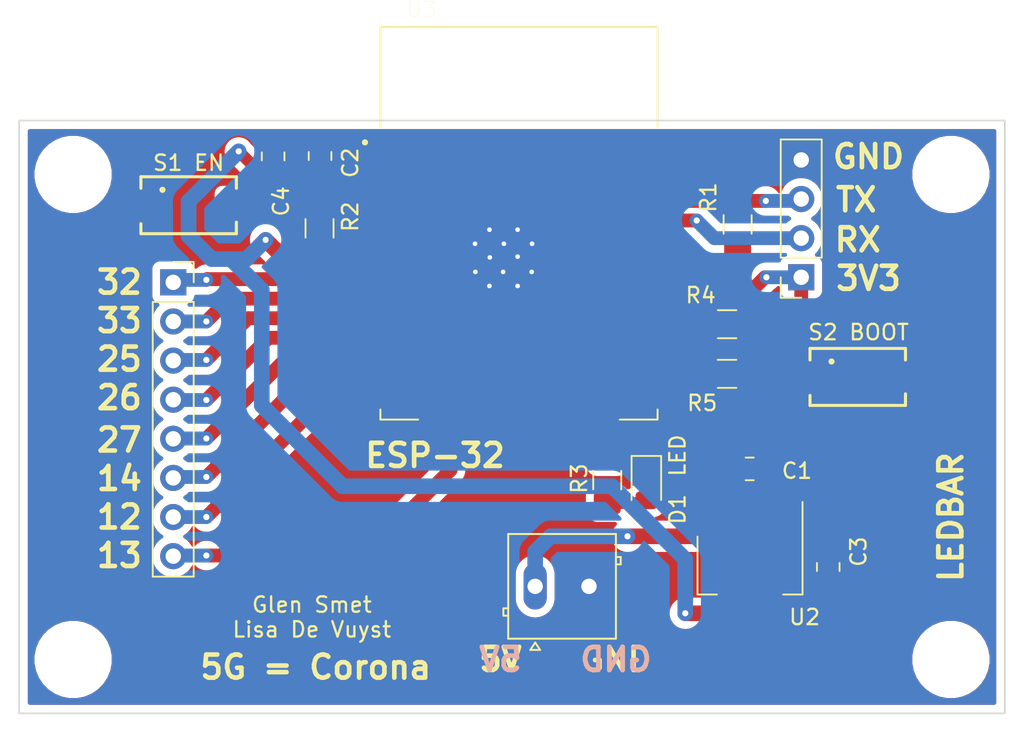
<source format=kicad_pcb>
(kicad_pcb (version 20171130) (host pcbnew "(5.1.9)-1")

  (general
    (thickness 1.6)
    (drawings 24)
    (tracks 134)
    (zones 0)
    (modules 21)
    (nets 19)
  )

  (page A4)
  (layers
    (0 F.Cu signal)
    (31 B.Cu signal)
    (32 B.Adhes user)
    (33 F.Adhes user)
    (34 B.Paste user)
    (35 F.Paste user)
    (36 B.SilkS user)
    (37 F.SilkS user)
    (38 B.Mask user)
    (39 F.Mask user)
    (40 Dwgs.User user)
    (41 Cmts.User user)
    (42 Eco1.User user)
    (43 Eco2.User user)
    (44 Edge.Cuts user)
    (45 Margin user)
    (46 B.CrtYd user)
    (47 F.CrtYd user)
    (48 B.Fab user)
    (49 F.Fab user)
  )

  (setup
    (last_trace_width 0.25)
    (user_trace_width 0.4064)
    (user_trace_width 0.762)
    (user_trace_width 0.9)
    (user_trace_width 1.016)
    (trace_clearance 0.2)
    (zone_clearance 0.508)
    (zone_45_only no)
    (trace_min 0.2)
    (via_size 0.8)
    (via_drill 0.4)
    (via_min_size 0.4)
    (via_min_drill 0.3)
    (user_via 2 1)
    (uvia_size 0.3)
    (uvia_drill 0.1)
    (uvias_allowed no)
    (uvia_min_size 0.2)
    (uvia_min_drill 0.1)
    (edge_width 0.05)
    (segment_width 0.2)
    (pcb_text_width 0.3)
    (pcb_text_size 1.5 1.5)
    (mod_edge_width 0.12)
    (mod_text_size 1 1)
    (mod_text_width 0.15)
    (pad_size 2 0.9)
    (pad_drill 0)
    (pad_to_mask_clearance 0)
    (aux_axis_origin 178 42)
    (visible_elements 7FFFFFFF)
    (pcbplotparams
      (layerselection 0x010f0_ffffffff)
      (usegerberextensions true)
      (usegerberattributes false)
      (usegerberadvancedattributes false)
      (creategerberjobfile false)
      (excludeedgelayer true)
      (linewidth 0.100000)
      (plotframeref false)
      (viasonmask false)
      (mode 1)
      (useauxorigin false)
      (hpglpennumber 1)
      (hpglpenspeed 20)
      (hpglpendiameter 15.000000)
      (psnegative false)
      (psa4output false)
      (plotreference true)
      (plotvalue true)
      (plotinvisibletext false)
      (padsonsilk true)
      (subtractmaskfromsilk false)
      (outputformat 1)
      (mirror false)
      (drillshape 0)
      (scaleselection 1)
      (outputdirectory ""))
  )

  (net 0 "")
  (net 1 "Net-(D1-Pad2)")
  (net 2 gnd)
  (net 3 5v)
  (net 4 3v3)
  (net 5 "Net-(R4-Pad1)")
  (net 6 /Tx)
  (net 7 /Rx)
  (net 8 "Net-(R3-Pad2)")
  (net 9 "Net-(J2-Pad1)")
  (net 10 "Net-(J2-Pad2)")
  (net 11 "Net-(J2-Pad3)")
  (net 12 "Net-(J2-Pad4)")
  (net 13 "Net-(J2-Pad5)")
  (net 14 "Net-(J2-Pad6)")
  (net 15 "Net-(J2-Pad7)")
  (net 16 "Net-(J2-Pad8)")
  (net 17 "Net-(R2-Pad1)")
  (net 18 "Net-(R5-Pad2)")

  (net_class Default "This is the default net class."
    (clearance 0.2)
    (trace_width 0.25)
    (via_dia 0.8)
    (via_drill 0.4)
    (uvia_dia 0.3)
    (uvia_drill 0.1)
    (add_net /Rx)
    (add_net /Tx)
    (add_net 3v3)
    (add_net 5v)
    (add_net "Net-(D1-Pad2)")
    (add_net "Net-(J2-Pad1)")
    (add_net "Net-(J2-Pad2)")
    (add_net "Net-(J2-Pad3)")
    (add_net "Net-(J2-Pad4)")
    (add_net "Net-(J2-Pad5)")
    (add_net "Net-(J2-Pad6)")
    (add_net "Net-(J2-Pad7)")
    (add_net "Net-(J2-Pad8)")
    (add_net "Net-(R2-Pad1)")
    (add_net "Net-(R3-Pad2)")
    (add_net "Net-(R4-Pad1)")
    (add_net "Net-(R5-Pad2)")
    (add_net gnd)
  )

  (module "ESP32-WROOM-32E__16MB_:MODULE_ESP32-WROOM-32E_(16MB)" (layer F.Cu) (tedit 6071C2B3) (tstamp 6048D44C)
    (at 145.202 46.42)
    (path /60424348)
    (zone_connect 2)
    (fp_text reference U3 (at -6.325 -13.885) (layer F.SilkS)
      (effects (font (size 1 1) (thickness 0.015)))
    )
    (fp_text value "ESP32-WROOM-32E_(16MB)" (at 8.915 14.365) (layer F.Fab) hide
      (effects (font (size 1 1) (thickness 0.015)))
    )
    (fp_line (start -9 -12.75) (end 9 -12.75) (layer F.Fab) (width 0.127))
    (fp_line (start 9 -12.75) (end 9 -6.45) (layer F.Fab) (width 0.127))
    (fp_line (start 9 -6.45) (end 9 12.75) (layer F.Fab) (width 0.127))
    (fp_line (start 9 12.75) (end -9 12.75) (layer F.Fab) (width 0.127))
    (fp_line (start -9 12.75) (end -9 -6.45) (layer F.Fab) (width 0.127))
    (fp_line (start -9 -12.75) (end -9 -6.45) (layer F.Fab) (width 0.127))
    (fp_line (start -9 -6.45) (end 9 -6.45) (layer F.Fab) (width 0.127))
    (fp_poly (pts (xy -9 -12.75) (xy 9 -12.75) (xy 9 -6.45) (xy -9 -6.45)) (layer Dwgs.User) (width 0.01))
    (fp_poly (pts (xy -9 -12.75) (xy 9 -12.75) (xy 9 -6.45) (xy -9 -6.45)) (layer Dwgs.User) (width 0.01))
    (fp_line (start -9.25 -13) (end 9.25 -13) (layer F.CrtYd) (width 0.05))
    (fp_line (start 9.25 -13) (end 9.25 -6) (layer F.CrtYd) (width 0.05))
    (fp_line (start 9.25 -6) (end 9.75 -6) (layer F.CrtYd) (width 0.05))
    (fp_line (start 9.75 -6) (end 9.75 13.5) (layer F.CrtYd) (width 0.05))
    (fp_line (start 9.75 13.5) (end -9.75 13.5) (layer F.CrtYd) (width 0.05))
    (fp_line (start -9.75 13.5) (end -9.75 -6) (layer F.CrtYd) (width 0.05))
    (fp_line (start -9.75 -6) (end -9.25 -6) (layer F.CrtYd) (width 0.05))
    (fp_line (start -9.25 -6) (end -9.25 -13) (layer F.CrtYd) (width 0.05))
    (fp_circle (center -10 -5.25) (end -9.9 -5.25) (layer F.Fab) (width 0.2))
    (fp_circle (center -10 -5.25) (end -9.9 -5.25) (layer F.SilkS) (width 0.2))
    (fp_line (start -9 12.1) (end -9 12.75) (layer F.SilkS) (width 0.127))
    (fp_line (start -9 12.75) (end -6.55 12.75) (layer F.SilkS) (width 0.127))
    (fp_line (start 6.55 12.75) (end 9 12.75) (layer F.SilkS) (width 0.127))
    (fp_line (start 9 12.75) (end 9 12.1) (layer F.SilkS) (width 0.127))
    (fp_line (start -9 -6.25) (end -9 -12.75) (layer F.SilkS) (width 0.127))
    (fp_line (start -9 -12.75) (end 9 -12.75) (layer F.SilkS) (width 0.127))
    (fp_line (start 9 -12.75) (end 9 -6.25) (layer F.SilkS) (width 0.127))
    (fp_text user ANTENNA (at -6 -9) (layer F.Fab) hide
      (effects (font (size 1.4 1.4) (thickness 0.015)))
    )
    (pad 1 smd rect (at -8.5 -5.26) (size 2 0.9) (layers F.Cu F.Paste F.Mask)
      (net 2 gnd) (zone_connect 2))
    (pad 2 smd rect (at -8.5 -3.99) (size 2 0.9) (layers F.Cu F.Paste F.Mask)
      (net 4 3v3) (zone_connect 2))
    (pad 3 smd rect (at -8.5 -2.72) (size 2 0.9) (layers F.Cu F.Paste F.Mask)
      (net 17 "Net-(R2-Pad1)") (zone_connect 2))
    (pad 4 smd rect (at -8.5 -1.45) (size 2 0.9) (layers F.Cu F.Paste F.Mask)
      (zone_connect 2))
    (pad 5 smd rect (at -8.5 -0.18) (size 2 0.9) (layers F.Cu F.Paste F.Mask)
      (zone_connect 2))
    (pad 6 smd rect (at -8.5 1.09) (size 2 0.9) (layers F.Cu F.Paste F.Mask)
      (zone_connect 2))
    (pad 7 smd rect (at -8.5 2.36) (size 2 0.9) (layers F.Cu F.Paste F.Mask)
      (zone_connect 2))
    (pad 8 smd rect (at -8.5 3.63) (size 2 0.9) (layers F.Cu F.Paste F.Mask)
      (net 9 "Net-(J2-Pad1)") (zone_connect 2))
    (pad 9 smd rect (at -8.5 4.9) (size 2 0.9) (layers F.Cu F.Paste F.Mask)
      (net 10 "Net-(J2-Pad2)") (zone_connect 2))
    (pad 10 smd rect (at -8.5 6.17) (size 2 0.9) (layers F.Cu F.Paste F.Mask)
      (net 11 "Net-(J2-Pad3)") (zone_connect 2))
    (pad 11 smd rect (at -8.5 7.44) (size 2 0.9) (layers F.Cu F.Paste F.Mask)
      (net 12 "Net-(J2-Pad4)") (zone_connect 2))
    (pad 12 smd rect (at -8.5 8.71) (size 2 0.9) (layers F.Cu F.Paste F.Mask)
      (net 13 "Net-(J2-Pad5)") (zone_connect 2))
    (pad 13 smd rect (at -8.5 9.98) (size 2 0.9) (layers F.Cu F.Paste F.Mask)
      (net 14 "Net-(J2-Pad6)") (zone_connect 2))
    (pad 14 smd rect (at -8.5 11.25) (size 2 0.9) (layers F.Cu F.Paste F.Mask)
      (net 15 "Net-(J2-Pad7)") (zone_connect 2))
    (pad 15 smd rect (at -5.715 12.25) (size 0.9 2) (layers F.Cu F.Paste F.Mask)
      (net 2 gnd) (zone_connect 2))
    (pad 16 smd rect (at -4.445 12.25) (size 0.9 2) (layers F.Cu F.Paste F.Mask)
      (net 16 "Net-(J2-Pad8)") (zone_connect 2))
    (pad 17 smd rect (at -3.175 12.25) (size 0.9 2) (layers F.Cu F.Paste F.Mask)
      (zone_connect 2))
    (pad 18 smd rect (at -1.905 12.25) (size 0.9 2) (layers F.Cu F.Paste F.Mask)
      (zone_connect 2))
    (pad 19 smd rect (at -0.635 12.25) (size 0.9 2) (layers F.Cu F.Paste F.Mask)
      (zone_connect 2))
    (pad 20 smd rect (at 0.635 12.25) (size 0.9 2) (layers F.Cu F.Paste F.Mask)
      (zone_connect 2))
    (pad 21 smd rect (at 1.905 12.25) (size 0.9 2) (layers F.Cu F.Paste F.Mask)
      (zone_connect 2))
    (pad 22 smd rect (at 3.175 12.25) (size 0.9 2) (layers F.Cu F.Paste F.Mask)
      (zone_connect 2))
    (pad 23 smd rect (at 4.445 12.25) (size 0.9 2) (layers F.Cu F.Paste F.Mask)
      (zone_connect 2))
    (pad 24 smd rect (at 5.715 12.25) (size 0.9 2) (layers F.Cu F.Paste F.Mask)
      (net 8 "Net-(R3-Pad2)") (zone_connect 2))
    (pad 25 smd rect (at 8.5 11.25) (size 2 0.9) (layers F.Cu F.Paste F.Mask)
      (net 18 "Net-(R5-Pad2)") (zone_connect 2))
    (pad 26 smd rect (at 8.5 9.98) (size 2 0.9) (layers F.Cu F.Paste F.Mask)
      (zone_connect 2))
    (pad 27 smd rect (at 8.5 8.71) (size 2 0.9) (layers F.Cu F.Paste F.Mask)
      (zone_connect 2))
    (pad 28 smd rect (at 8.5 7.44) (size 2 0.9) (layers F.Cu F.Paste F.Mask)
      (zone_connect 2))
    (pad 29 smd rect (at 8.5 6.17) (size 2 0.9) (layers F.Cu F.Paste F.Mask)
      (net 5 "Net-(R4-Pad1)") (zone_connect 2))
    (pad 30 smd rect (at 8.5 4.9) (size 2 0.9) (layers F.Cu F.Paste F.Mask)
      (zone_connect 2))
    (pad 31 smd rect (at 8.5 3.63) (size 2 0.9) (layers F.Cu F.Paste F.Mask)
      (zone_connect 2))
    (pad 32 smd rect (at 8.5 2.36) (size 2 0.9) (layers F.Cu F.Paste F.Mask)
      (zone_connect 2))
    (pad 33 smd rect (at 8.5 1.09) (size 2 0.9) (layers F.Cu F.Paste F.Mask)
      (zone_connect 2))
    (pad 34 smd rect (at 8.5 -0.18) (size 2 0.9) (layers F.Cu F.Paste F.Mask)
      (net 7 /Rx) (zone_connect 2))
    (pad 35 smd rect (at 8.5 -1.45) (size 2 0.9) (layers F.Cu F.Paste F.Mask)
      (net 6 /Tx) (zone_connect 2))
    (pad 36 smd rect (at 8.5 -2.72) (size 2 0.9) (layers F.Cu F.Paste F.Mask)
      (zone_connect 2))
    (pad 37 smd rect (at 8.5 -3.99) (size 2 0.9) (layers F.Cu F.Paste F.Mask)
      (zone_connect 2))
    (pad 38 smd rect (at 8.5 -5.26) (size 2 0.9) (layers F.Cu F.Paste F.Mask)
      (net 2 gnd) (zone_connect 2))
    (pad 39_1 smd rect (at -2.835 0.405) (size 1.33 1.33) (layers F.Cu F.Paste F.Mask)
      (net 2 gnd) (zone_connect 2))
    (pad 39_2 smd rect (at -1 0.405) (size 1.33 1.33) (layers F.Cu F.Paste F.Mask)
      (net 2 gnd) (zone_connect 2))
    (pad 39_3 smd rect (at 0.835 0.405) (size 1.33 1.33) (layers F.Cu F.Paste F.Mask)
      (net 2 gnd) (zone_connect 2))
    (pad 39_4 smd rect (at -2.835 2.24) (size 1.33 1.33) (layers F.Cu F.Paste F.Mask)
      (net 2 gnd) (zone_connect 2))
    (pad 39_5 smd rect (at -1 2.24) (size 1.33 1.33) (layers F.Cu F.Paste F.Mask)
      (net 2 gnd) (zone_connect 2))
    (pad 39_6 smd rect (at 0.835 2.24) (size 1.33 1.33) (layers F.Cu F.Paste F.Mask)
      (net 2 gnd) (zone_connect 2))
    (pad 39_7 smd rect (at -2.835 4.075) (size 1.33 1.33) (layers F.Cu F.Paste F.Mask)
      (net 2 gnd) (zone_connect 2))
    (pad 39_8 smd rect (at -1 4.075) (size 1.33 1.33) (layers F.Cu F.Paste F.Mask)
      (net 2 gnd) (zone_connect 2))
    (pad 39_9 smd rect (at 0.835 4.075) (size 1.33 1.33) (layers F.Cu F.Paste F.Mask)
      (net 2 gnd) (zone_connect 2))
    (pad 39_20 thru_hole circle (at -1.9175 4.075) (size 0.4 0.4) (drill 0.3) (layers *.Cu *.Mask)
      (net 2 gnd) (zone_connect 2))
    (pad 39_20 thru_hole circle (at -0.0887 4.075) (size 0.4 0.4) (drill 0.3) (layers *.Cu *.Mask)
      (net 2 gnd) (zone_connect 2))
    (pad 39_20 thru_hole circle (at 0.8257 3.1606) (size 0.4 0.4) (drill 0.3) (layers *.Cu *.Mask)
      (net 2 gnd) (zone_connect 2))
    (pad 39_20 thru_hole circle (at -1.0285 3.1606) (size 0.4 0.4) (drill 0.3) (layers *.Cu *.Mask)
      (net 2 gnd) (zone_connect 2))
    (pad 39_20 thru_hole circle (at -2.8319 3.1606) (size 0.4 0.4) (drill 0.3) (layers *.Cu *.Mask)
      (net 2 gnd) (zone_connect 2))
    (pad 39_20 thru_hole circle (at -2.8573 1.3318) (size 0.4 0.4) (drill 0.3) (layers *.Cu *.Mask)
      (net 2 gnd) (zone_connect 2))
    (pad 39_20 thru_hole circle (at -0.9777 1.3318) (size 0.4 0.4) (drill 0.3) (layers *.Cu *.Mask)
      (net 2 gnd) (zone_connect 2))
    (pad 39_20 thru_hole circle (at 0.8511 1.3318) (size 0.4 0.4) (drill 0.3) (layers *.Cu *.Mask)
      (net 2 gnd) (zone_connect 2))
    (pad 39_20 thru_hole circle (at -0.0887 2.17) (size 0.4 0.4) (drill 0.3) (layers *.Cu *.Mask)
      (net 2 gnd) (zone_connect 2))
    (pad 39_20 thru_hole circle (at -1.8921 2.2208) (size 0.4 0.4) (drill 0.3) (layers *.Cu *.Mask)
      (net 2 gnd) (zone_connect 2))
    (pad 39_20 thru_hole circle (at -1.9175 0.4174) (size 0.4 0.4) (drill 0.3) (layers *.Cu *.Mask)
      (net 2 gnd) (zone_connect 2))
    (pad 39_20 thru_hole circle (at -0.0887 0.4174) (size 0.4 0.4) (drill 0.3) (layers *.Cu *.Mask)
      (net 2 gnd) (zone_connect 2))
  )

  (module Capacitor_SMD:C_0805_2012Metric_Pad1.18x1.45mm_HandSolder (layer F.Cu) (tedit 60646D50) (tstamp 6048CF13)
    (at 160.1835 62.373)
    (descr "Capacitor SMD 0805 (2012 Metric), square (rectangular) end terminal, IPC_7351 nominal with elongated pad for handsoldering. (Body size source: IPC-SM-782 page 76, https://www.pcb-3d.com/wordpress/wp-content/uploads/ipc-sm-782a_amendment_1_and_2.pdf, https://docs.google.com/spreadsheets/d/1BsfQQcO9C6DZCsRaXUlFlo91Tg2WpOkGARC1WS5S8t0/edit?usp=sharing), generated with kicad-footprint-generator")
    (tags "capacitor handsolder")
    (path /6046D12A)
    (attr smd)
    (fp_text reference C1 (at 3.0665 0.127) (layer F.SilkS)
      (effects (font (size 1 1) (thickness 0.15)))
    )
    (fp_text value 10u (at 0 1.68) (layer F.Fab) hide
      (effects (font (size 1 1) (thickness 0.15)))
    )
    (fp_line (start 1.88 0.98) (end -1.88 0.98) (layer F.CrtYd) (width 0.05))
    (fp_line (start 1.88 -0.98) (end 1.88 0.98) (layer F.CrtYd) (width 0.05))
    (fp_line (start -1.88 -0.98) (end 1.88 -0.98) (layer F.CrtYd) (width 0.05))
    (fp_line (start -1.88 0.98) (end -1.88 -0.98) (layer F.CrtYd) (width 0.05))
    (fp_line (start -0.261252 0.735) (end 0.261252 0.735) (layer F.SilkS) (width 0.12))
    (fp_line (start -0.261252 -0.735) (end 0.261252 -0.735) (layer F.SilkS) (width 0.12))
    (fp_line (start 1 0.625) (end -1 0.625) (layer F.Fab) (width 0.1))
    (fp_line (start 1 -0.625) (end 1 0.625) (layer F.Fab) (width 0.1))
    (fp_line (start -1 -0.625) (end 1 -0.625) (layer F.Fab) (width 0.1))
    (fp_line (start -1 0.625) (end -1 -0.625) (layer F.Fab) (width 0.1))
    (fp_text user %R (at 0 0) (layer F.Fab) hide
      (effects (font (size 0.5 0.5) (thickness 0.08)))
    )
    (pad 2 smd roundrect (at 1.0375 0) (size 1.175 1.45) (layers F.Cu F.Paste F.Mask) (roundrect_rratio 0.213)
      (net 2 gnd) (zone_connect 2))
    (pad 1 smd roundrect (at -1.0375 0) (size 1.175 1.45) (layers F.Cu F.Paste F.Mask) (roundrect_rratio 0.2127659574468085)
      (net 3 5v))
    (model ${KISYS3DMOD}/Capacitor_SMD.3dshapes/C_0805_2012Metric.wrl
      (at (xyz 0 0 0))
      (scale (xyz 1 1 1))
      (rotate (xyz 0 0 0))
    )
  )

  (module Capacitor_SMD:C_0805_2012Metric_Pad1.18x1.45mm_HandSolder (layer F.Cu) (tedit 60646D92) (tstamp 6048CF24)
    (at 132.284 42.056 90)
    (descr "Capacitor SMD 0805 (2012 Metric), square (rectangular) end terminal, IPC_7351 nominal with elongated pad for handsoldering. (Body size source: IPC-SM-782 page 76, https://www.pcb-3d.com/wordpress/wp-content/uploads/ipc-sm-782a_amendment_1_and_2.pdf, https://docs.google.com/spreadsheets/d/1BsfQQcO9C6DZCsRaXUlFlo91Tg2WpOkGARC1WS5S8t0/edit?usp=sharing), generated with kicad-footprint-generator")
    (tags "capacitor handsolder")
    (path /6046DEED)
    (attr smd)
    (fp_text reference C2 (at -0.444 1.966 90) (layer F.SilkS)
      (effects (font (size 1 1) (thickness 0.15)))
    )
    (fp_text value 10u (at 0 1.68 90) (layer F.Fab) hide
      (effects (font (size 1 1) (thickness 0.15)))
    )
    (fp_line (start -1 0.625) (end -1 -0.625) (layer F.Fab) (width 0.1))
    (fp_line (start -1 -0.625) (end 1 -0.625) (layer F.Fab) (width 0.1))
    (fp_line (start 1 -0.625) (end 1 0.625) (layer F.Fab) (width 0.1))
    (fp_line (start 1 0.625) (end -1 0.625) (layer F.Fab) (width 0.1))
    (fp_line (start -0.261252 -0.735) (end 0.261252 -0.735) (layer F.SilkS) (width 0.12))
    (fp_line (start -0.261252 0.735) (end 0.261252 0.735) (layer F.SilkS) (width 0.12))
    (fp_line (start -1.88 0.98) (end -1.88 -0.98) (layer F.CrtYd) (width 0.05))
    (fp_line (start -1.88 -0.98) (end 1.88 -0.98) (layer F.CrtYd) (width 0.05))
    (fp_line (start 1.88 -0.98) (end 1.88 0.98) (layer F.CrtYd) (width 0.05))
    (fp_line (start 1.88 0.98) (end -1.88 0.98) (layer F.CrtYd) (width 0.05))
    (fp_text user %R (at 0 0 90) (layer F.Fab) hide
      (effects (font (size 0.5 0.5) (thickness 0.08)))
    )
    (pad 1 smd roundrect (at -1.0375 0 90) (size 1.175 1.45) (layers F.Cu F.Paste F.Mask) (roundrect_rratio 0.2127659574468085)
      (net 4 3v3))
    (pad 2 smd roundrect (at 1.0375 0 90) (size 1.175 1.45) (layers F.Cu F.Paste F.Mask) (roundrect_rratio 0.213)
      (net 2 gnd) (zone_connect 2))
    (model ${KISYS3DMOD}/Capacitor_SMD.3dshapes/C_0805_2012Metric.wrl
      (at (xyz 0 0 0))
      (scale (xyz 1 1 1))
      (rotate (xyz 0 0 0))
    )
  )

  (module Capacitor_SMD:C_0805_2012Metric_Pad1.18x1.45mm_HandSolder (layer F.Cu) (tedit 60646D5F) (tstamp 6048CF35)
    (at 165.285 68.7445 90)
    (descr "Capacitor SMD 0805 (2012 Metric), square (rectangular) end terminal, IPC_7351 nominal with elongated pad for handsoldering. (Body size source: IPC-SM-782 page 76, https://www.pcb-3d.com/wordpress/wp-content/uploads/ipc-sm-782a_amendment_1_and_2.pdf, https://docs.google.com/spreadsheets/d/1BsfQQcO9C6DZCsRaXUlFlo91Tg2WpOkGARC1WS5S8t0/edit?usp=sharing), generated with kicad-footprint-generator")
    (tags "capacitor handsolder")
    (path /607C8BC1)
    (attr smd)
    (fp_text reference C3 (at 0.9945 1.965 90) (layer F.SilkS)
      (effects (font (size 1 1) (thickness 0.15)))
    )
    (fp_text value 10u (at -1.7555 1.965 90) (layer F.Fab) hide
      (effects (font (size 1 1) (thickness 0.15)))
    )
    (fp_line (start 1.88 0.98) (end -1.88 0.98) (layer F.CrtYd) (width 0.05))
    (fp_line (start 1.88 -0.98) (end 1.88 0.98) (layer F.CrtYd) (width 0.05))
    (fp_line (start -1.88 -0.98) (end 1.88 -0.98) (layer F.CrtYd) (width 0.05))
    (fp_line (start -1.88 0.98) (end -1.88 -0.98) (layer F.CrtYd) (width 0.05))
    (fp_line (start -0.261252 0.735) (end 0.261252 0.735) (layer F.SilkS) (width 0.12))
    (fp_line (start -0.261252 -0.735) (end 0.261252 -0.735) (layer F.SilkS) (width 0.12))
    (fp_line (start 1 0.625) (end -1 0.625) (layer F.Fab) (width 0.1))
    (fp_line (start 1 -0.625) (end 1 0.625) (layer F.Fab) (width 0.1))
    (fp_line (start -1 -0.625) (end 1 -0.625) (layer F.Fab) (width 0.1))
    (fp_line (start -1 0.625) (end -1 -0.625) (layer F.Fab) (width 0.1))
    (fp_text user %R (at 0 0 90) (layer F.Fab) hide
      (effects (font (size 0.5 0.5) (thickness 0.08)))
    )
    (pad 2 smd roundrect (at 1.0375 0 90) (size 1.175 1.45) (layers F.Cu F.Paste F.Mask) (roundrect_rratio 0.213)
      (net 2 gnd) (zone_connect 2))
    (pad 1 smd roundrect (at -1.0375 0 90) (size 1.175 1.45) (layers F.Cu F.Paste F.Mask) (roundrect_rratio 0.2127659574468085)
      (net 4 3v3))
    (model ${KISYS3DMOD}/Capacitor_SMD.3dshapes/C_0805_2012Metric.wrl
      (at (xyz 0 0 0))
      (scale (xyz 1 1 1))
      (rotate (xyz 0 0 0))
    )
  )

  (module Capacitor_SMD:C_0805_2012Metric_Pad1.18x1.45mm_HandSolder (layer F.Cu) (tedit 60646DA3) (tstamp 6048CF46)
    (at 129.236 42.0775 90)
    (descr "Capacitor SMD 0805 (2012 Metric), square (rectangular) end terminal, IPC_7351 nominal with elongated pad for handsoldering. (Body size source: IPC-SM-782 page 76, https://www.pcb-3d.com/wordpress/wp-content/uploads/ipc-sm-782a_amendment_1_and_2.pdf, https://docs.google.com/spreadsheets/d/1BsfQQcO9C6DZCsRaXUlFlo91Tg2WpOkGARC1WS5S8t0/edit?usp=sharing), generated with kicad-footprint-generator")
    (tags "capacitor handsolder")
    (path /607C9FEA)
    (attr smd)
    (fp_text reference C4 (at -2.9225 0.514 90) (layer F.SilkS)
      (effects (font (size 1 1) (thickness 0.15)))
    )
    (fp_text value 100n (at 0 1.68 90) (layer F.Fab) hide
      (effects (font (size 1 1) (thickness 0.15)))
    )
    (fp_line (start -1 0.625) (end -1 -0.625) (layer F.Fab) (width 0.1))
    (fp_line (start -1 -0.625) (end 1 -0.625) (layer F.Fab) (width 0.1))
    (fp_line (start 1 -0.625) (end 1 0.625) (layer F.Fab) (width 0.1))
    (fp_line (start 1 0.625) (end -1 0.625) (layer F.Fab) (width 0.1))
    (fp_line (start -0.261252 -0.735) (end 0.261252 -0.735) (layer F.SilkS) (width 0.12))
    (fp_line (start -0.261252 0.735) (end 0.261252 0.735) (layer F.SilkS) (width 0.12))
    (fp_line (start -1.88 0.98) (end -1.88 -0.98) (layer F.CrtYd) (width 0.05))
    (fp_line (start -1.88 -0.98) (end 1.88 -0.98) (layer F.CrtYd) (width 0.05))
    (fp_line (start 1.88 -0.98) (end 1.88 0.98) (layer F.CrtYd) (width 0.05))
    (fp_line (start 1.88 0.98) (end -1.88 0.98) (layer F.CrtYd) (width 0.05))
    (fp_text user %R (at 0 0 90) (layer F.Fab) hide
      (effects (font (size 0.5 0.5) (thickness 0.08)))
    )
    (pad 1 smd roundrect (at -1.0375 0 90) (size 1.175 1.45) (layers F.Cu F.Paste F.Mask) (roundrect_rratio 0.2127659574468085)
      (net 4 3v3))
    (pad 2 smd roundrect (at 1.0375 0 90) (size 1.175 1.45) (layers F.Cu F.Paste F.Mask) (roundrect_rratio 0.213)
      (net 2 gnd) (zone_connect 2))
    (model ${KISYS3DMOD}/Capacitor_SMD.3dshapes/C_0805_2012Metric.wrl
      (at (xyz 0 0 0))
      (scale (xyz 1 1 1))
      (rotate (xyz 0 0 0))
    )
  )

  (module LED_SMD:LED_0805_2012Metric_Pad1.15x1.40mm_HandSolder (layer F.Cu) (tedit 60646D45) (tstamp 6048CF7B)
    (at 153.473 63.392 270)
    (descr "LED SMD 0805 (2012 Metric), square (rectangular) end terminal, IPC_7351 nominal, (Body size source: https://docs.google.com/spreadsheets/d/1BsfQQcO9C6DZCsRaXUlFlo91Tg2WpOkGARC1WS5S8t0/edit?usp=sharing), generated with kicad-footprint-generator")
    (tags "LED handsolder")
    (path /6044DAD4)
    (attr smd)
    (fp_text reference D1 (at 1.608 -2.027 90) (layer F.SilkS)
      (effects (font (size 1 1) (thickness 0.15)))
    )
    (fp_text value LED (at -1.892 -2.027 90) (layer F.SilkS)
      (effects (font (size 1 1) (thickness 0.15)))
    )
    (fp_line (start 1 -0.6) (end -0.7 -0.6) (layer F.Fab) (width 0.1))
    (fp_line (start -0.7 -0.6) (end -1 -0.3) (layer F.Fab) (width 0.1))
    (fp_line (start -1 -0.3) (end -1 0.6) (layer F.Fab) (width 0.1))
    (fp_line (start -1 0.6) (end 1 0.6) (layer F.Fab) (width 0.1))
    (fp_line (start 1 0.6) (end 1 -0.6) (layer F.Fab) (width 0.1))
    (fp_line (start 1 -0.96) (end -1.86 -0.96) (layer F.SilkS) (width 0.12))
    (fp_line (start -1.86 -0.96) (end -1.86 0.96) (layer F.SilkS) (width 0.12))
    (fp_line (start -1.86 0.96) (end 1 0.96) (layer F.SilkS) (width 0.12))
    (fp_line (start -1.85 0.95) (end -1.85 -0.95) (layer F.CrtYd) (width 0.05))
    (fp_line (start -1.85 -0.95) (end 1.85 -0.95) (layer F.CrtYd) (width 0.05))
    (fp_line (start 1.85 -0.95) (end 1.85 0.95) (layer F.CrtYd) (width 0.05))
    (fp_line (start 1.85 0.95) (end -1.85 0.95) (layer F.CrtYd) (width 0.05))
    (fp_text user %R (at 0 0 90) (layer F.Fab) hide
      (effects (font (size 0.5 0.5) (thickness 0.08)))
    )
    (pad 1 smd roundrect (at -1.025 0 270) (size 1.15 1.4) (layers F.Cu F.Paste F.Mask) (roundrect_rratio 0.217)
      (net 2 gnd) (zone_connect 2))
    (pad 2 smd roundrect (at 1.025 0 270) (size 1.15 1.4) (layers F.Cu F.Paste F.Mask) (roundrect_rratio 0.2173904347826087)
      (net 1 "Net-(D1-Pad2)"))
    (model ${KISYS3DMOD}/LED_SMD.3dshapes/LED_0805_2012Metric.wrl
      (at (xyz 0 0 0))
      (scale (xyz 1 1 1))
      (rotate (xyz 0 0 0))
    )
  )

  (module Connector_PinSocket_2.54mm:PinSocket_1x04_P2.54mm_Vertical (layer F.Cu) (tedit 60646D77) (tstamp 6048CFBE)
    (at 163.53 49.93 180)
    (descr "Through hole straight socket strip, 1x04, 2.54mm pitch, single row (from Kicad 4.0.7), script generated")
    (tags "Through hole socket strip THT 1x04 2.54mm single row")
    (path /60952400)
    (fp_text reference J1 (at -1.47 -2.32) (layer F.SilkS) hide
      (effects (font (size 1 1) (thickness 0.15)))
    )
    (fp_text value Conn_01x04_Male (at 0 10.39) (layer F.Fab) hide
      (effects (font (size 1 1) (thickness 0.15)))
    )
    (fp_line (start -1.8 9.4) (end -1.8 -1.8) (layer F.CrtYd) (width 0.05))
    (fp_line (start 1.75 9.4) (end -1.8 9.4) (layer F.CrtYd) (width 0.05))
    (fp_line (start 1.75 -1.8) (end 1.75 9.4) (layer F.CrtYd) (width 0.05))
    (fp_line (start -1.8 -1.8) (end 1.75 -1.8) (layer F.CrtYd) (width 0.05))
    (fp_line (start 0 -1.33) (end 1.33 -1.33) (layer F.SilkS) (width 0.12))
    (fp_line (start 1.33 -1.33) (end 1.33 0) (layer F.SilkS) (width 0.12))
    (fp_line (start 1.33 1.27) (end 1.33 8.95) (layer F.SilkS) (width 0.12))
    (fp_line (start -1.33 8.95) (end 1.33 8.95) (layer F.SilkS) (width 0.12))
    (fp_line (start -1.33 1.27) (end -1.33 8.95) (layer F.SilkS) (width 0.12))
    (fp_line (start -1.33 1.27) (end 1.33 1.27) (layer F.SilkS) (width 0.12))
    (fp_line (start -1.27 8.89) (end -1.27 -1.27) (layer F.Fab) (width 0.1))
    (fp_line (start 1.27 8.89) (end -1.27 8.89) (layer F.Fab) (width 0.1))
    (fp_line (start 1.27 -0.635) (end 1.27 8.89) (layer F.Fab) (width 0.1))
    (fp_line (start 0.635 -1.27) (end 1.27 -0.635) (layer F.Fab) (width 0.1))
    (fp_line (start -1.27 -1.27) (end 0.635 -1.27) (layer F.Fab) (width 0.1))
    (fp_text user %R (at 0 3.81 90) (layer F.Fab) hide
      (effects (font (size 1 1) (thickness 0.15)))
    )
    (pad 4 thru_hole oval (at 0 7.62 180) (size 1.7 1.7) (drill 1) (layers *.Cu *.Mask)
      (net 2 gnd) (zone_connect 2))
    (pad 3 thru_hole oval (at 0 5.08 180) (size 1.7 1.7) (drill 1) (layers *.Cu *.Mask)
      (net 6 /Tx))
    (pad 2 thru_hole oval (at 0 2.54 180) (size 1.7 1.7) (drill 1) (layers *.Cu *.Mask)
      (net 7 /Rx))
    (pad 1 thru_hole rect (at 0 0 180) (size 1.7 1.7) (drill 1) (layers *.Cu *.Mask)
      (net 4 3v3))
    (model ${KISYS3DMOD}/Connector_PinSocket_2.54mm.3dshapes/PinSocket_1x04_P2.54mm_Vertical.wrl
      (at (xyz 0 0 0))
      (scale (xyz 1 1 1))
      (rotate (xyz 0 0 0))
    )
  )

  (module Resistor_SMD:R_1206_3216Metric_Pad1.42x1.75mm_HandSolder (layer F.Cu) (tedit 5B301BBD) (tstamp 6048D18C)
    (at 159.4 46.5 90)
    (descr "Resistor SMD 1206 (3216 Metric), square (rectangular) end terminal, IPC_7351 nominal with elongated pad for handsoldering. (Body size source: http://www.tortai-tech.com/upload/download/2011102023233369053.pdf), generated with kicad-footprint-generator")
    (tags "resistor handsolder")
    (path /60475FA4)
    (attr smd)
    (fp_text reference R1 (at 1.75 -1.9 90) (layer F.SilkS)
      (effects (font (size 1 1) (thickness 0.15)))
    )
    (fp_text value 10k (at -0.7535 2.164 90) (layer F.Fab) hide
      (effects (font (size 1 1) (thickness 0.15)))
    )
    (fp_line (start 2.45 1.12) (end -2.45 1.12) (layer F.CrtYd) (width 0.05))
    (fp_line (start 2.45 -1.12) (end 2.45 1.12) (layer F.CrtYd) (width 0.05))
    (fp_line (start -2.45 -1.12) (end 2.45 -1.12) (layer F.CrtYd) (width 0.05))
    (fp_line (start -2.45 1.12) (end -2.45 -1.12) (layer F.CrtYd) (width 0.05))
    (fp_line (start -0.602064 0.91) (end 0.602064 0.91) (layer F.SilkS) (width 0.12))
    (fp_line (start -0.602064 -0.91) (end 0.602064 -0.91) (layer F.SilkS) (width 0.12))
    (fp_line (start 1.6 0.8) (end -1.6 0.8) (layer F.Fab) (width 0.1))
    (fp_line (start 1.6 -0.8) (end 1.6 0.8) (layer F.Fab) (width 0.1))
    (fp_line (start -1.6 -0.8) (end 1.6 -0.8) (layer F.Fab) (width 0.1))
    (fp_line (start -1.6 0.8) (end -1.6 -0.8) (layer F.Fab) (width 0.1))
    (fp_text user %R (at 0 0 90) (layer F.Fab) hide
      (effects (font (size 0.8 0.8) (thickness 0.12)))
    )
    (pad 2 smd roundrect (at 1.4875 0 90) (size 1.425 1.75) (layers F.Cu F.Paste F.Mask) (roundrect_rratio 0.1754385964912281)
      (net 6 /Tx))
    (pad 1 smd roundrect (at -1.4875 0 90) (size 1.425 1.75) (layers F.Cu F.Paste F.Mask) (roundrect_rratio 0.1754385964912281)
      (net 4 3v3))
    (model ${KISYS3DMOD}/Resistor_SMD.3dshapes/R_1206_3216Metric.wrl
      (at (xyz 0 0 0))
      (scale (xyz 1 1 1))
      (rotate (xyz 0 0 0))
    )
  )

  (module Resistor_SMD:R_1206_3216Metric_Pad1.42x1.75mm_HandSolder (layer F.Cu) (tedit 5B301BBD) (tstamp 6048D19D)
    (at 132.25 46.75 270)
    (descr "Resistor SMD 1206 (3216 Metric), square (rectangular) end terminal, IPC_7351 nominal with elongated pad for handsoldering. (Body size source: http://www.tortai-tech.com/upload/download/2011102023233369053.pdf), generated with kicad-footprint-generator")
    (tags "resistor handsolder")
    (path /6042E8D5)
    (attr smd)
    (fp_text reference R2 (at -0.75 -2 90) (layer F.SilkS)
      (effects (font (size 1 1) (thickness 0.15)))
    )
    (fp_text value 10k (at 0 1.82 90) (layer F.Fab) hide
      (effects (font (size 1 1) (thickness 0.15)))
    )
    (fp_line (start -1.6 0.8) (end -1.6 -0.8) (layer F.Fab) (width 0.1))
    (fp_line (start -1.6 -0.8) (end 1.6 -0.8) (layer F.Fab) (width 0.1))
    (fp_line (start 1.6 -0.8) (end 1.6 0.8) (layer F.Fab) (width 0.1))
    (fp_line (start 1.6 0.8) (end -1.6 0.8) (layer F.Fab) (width 0.1))
    (fp_line (start -0.602064 -0.91) (end 0.602064 -0.91) (layer F.SilkS) (width 0.12))
    (fp_line (start -0.602064 0.91) (end 0.602064 0.91) (layer F.SilkS) (width 0.12))
    (fp_line (start -2.45 1.12) (end -2.45 -1.12) (layer F.CrtYd) (width 0.05))
    (fp_line (start -2.45 -1.12) (end 2.45 -1.12) (layer F.CrtYd) (width 0.05))
    (fp_line (start 2.45 -1.12) (end 2.45 1.12) (layer F.CrtYd) (width 0.05))
    (fp_line (start 2.45 1.12) (end -2.45 1.12) (layer F.CrtYd) (width 0.05))
    (fp_text user %R (at 0 0 90) (layer F.Fab) hide
      (effects (font (size 0.8 0.8) (thickness 0.12)))
    )
    (pad 1 smd roundrect (at -1.4875 0 270) (size 1.425 1.75) (layers F.Cu F.Paste F.Mask) (roundrect_rratio 0.1754385964912281)
      (net 17 "Net-(R2-Pad1)"))
    (pad 2 smd roundrect (at 1.4875 0 270) (size 1.425 1.75) (layers F.Cu F.Paste F.Mask) (roundrect_rratio 0.1754385964912281)
      (net 4 3v3))
    (model ${KISYS3DMOD}/Resistor_SMD.3dshapes/R_1206_3216Metric.wrl
      (at (xyz 0 0 0))
      (scale (xyz 1 1 1))
      (rotate (xyz 0 0 0))
    )
  )

  (module Resistor_SMD:R_1206_3216Metric_Pad1.42x1.75mm_HandSolder (layer F.Cu) (tedit 5B301BBD) (tstamp 6048D1AE)
    (at 150.933 63.1015 90)
    (descr "Resistor SMD 1206 (3216 Metric), square (rectangular) end terminal, IPC_7351 nominal with elongated pad for handsoldering. (Body size source: http://www.tortai-tech.com/upload/download/2011102023233369053.pdf), generated with kicad-footprint-generator")
    (tags "resistor handsolder")
    (path /6044FE32)
    (attr smd)
    (fp_text reference R3 (at 0.1015 -1.82 90) (layer F.SilkS)
      (effects (font (size 1 1) (thickness 0.15)))
    )
    (fp_text value 1k (at 0 1.82 90) (layer F.Fab) hide
      (effects (font (size 1 1) (thickness 0.15)))
    )
    (fp_line (start -1.6 0.8) (end -1.6 -0.8) (layer F.Fab) (width 0.1))
    (fp_line (start -1.6 -0.8) (end 1.6 -0.8) (layer F.Fab) (width 0.1))
    (fp_line (start 1.6 -0.8) (end 1.6 0.8) (layer F.Fab) (width 0.1))
    (fp_line (start 1.6 0.8) (end -1.6 0.8) (layer F.Fab) (width 0.1))
    (fp_line (start -0.602064 -0.91) (end 0.602064 -0.91) (layer F.SilkS) (width 0.12))
    (fp_line (start -0.602064 0.91) (end 0.602064 0.91) (layer F.SilkS) (width 0.12))
    (fp_line (start -2.45 1.12) (end -2.45 -1.12) (layer F.CrtYd) (width 0.05))
    (fp_line (start -2.45 -1.12) (end 2.45 -1.12) (layer F.CrtYd) (width 0.05))
    (fp_line (start 2.45 -1.12) (end 2.45 1.12) (layer F.CrtYd) (width 0.05))
    (fp_line (start 2.45 1.12) (end -2.45 1.12) (layer F.CrtYd) (width 0.05))
    (fp_text user %R (at 0 0 90) (layer F.Fab) hide
      (effects (font (size 0.8 0.8) (thickness 0.12)))
    )
    (pad 1 smd roundrect (at -1.4875 0 90) (size 1.425 1.75) (layers F.Cu F.Paste F.Mask) (roundrect_rratio 0.1754385964912281)
      (net 1 "Net-(D1-Pad2)"))
    (pad 2 smd roundrect (at 1.4875 0 90) (size 1.425 1.75) (layers F.Cu F.Paste F.Mask) (roundrect_rratio 0.1754385964912281)
      (net 8 "Net-(R3-Pad2)"))
    (model ${KISYS3DMOD}/Resistor_SMD.3dshapes/R_1206_3216Metric.wrl
      (at (xyz 0 0 0))
      (scale (xyz 1 1 1))
      (rotate (xyz 0 0 0))
    )
  )

  (module Resistor_SMD:R_1206_3216Metric_Pad1.42x1.75mm_HandSolder (layer F.Cu) (tedit 5B301BBD) (tstamp 6048D1BF)
    (at 158.7165 52.978)
    (descr "Resistor SMD 1206 (3216 Metric), square (rectangular) end terminal, IPC_7351 nominal with elongated pad for handsoldering. (Body size source: http://www.tortai-tech.com/upload/download/2011102023233369053.pdf), generated with kicad-footprint-generator")
    (tags "resistor handsolder")
    (path /604779EF)
    (attr smd)
    (fp_text reference R4 (at -1.7165 -1.878) (layer F.SilkS)
      (effects (font (size 1 1) (thickness 0.15)))
    )
    (fp_text value 10k (at -1.2165 -1.978) (layer F.Fab) hide
      (effects (font (size 1 1) (thickness 0.15)))
    )
    (fp_line (start 2.45 1.12) (end -2.45 1.12) (layer F.CrtYd) (width 0.05))
    (fp_line (start 2.45 -1.12) (end 2.45 1.12) (layer F.CrtYd) (width 0.05))
    (fp_line (start -2.45 -1.12) (end 2.45 -1.12) (layer F.CrtYd) (width 0.05))
    (fp_line (start -2.45 1.12) (end -2.45 -1.12) (layer F.CrtYd) (width 0.05))
    (fp_line (start -0.602064 0.91) (end 0.602064 0.91) (layer F.SilkS) (width 0.12))
    (fp_line (start -0.602064 -0.91) (end 0.602064 -0.91) (layer F.SilkS) (width 0.12))
    (fp_line (start 1.6 0.8) (end -1.6 0.8) (layer F.Fab) (width 0.1))
    (fp_line (start 1.6 -0.8) (end 1.6 0.8) (layer F.Fab) (width 0.1))
    (fp_line (start -1.6 -0.8) (end 1.6 -0.8) (layer F.Fab) (width 0.1))
    (fp_line (start -1.6 0.8) (end -1.6 -0.8) (layer F.Fab) (width 0.1))
    (fp_text user %R (at 0 0) (layer F.Fab) hide
      (effects (font (size 0.8 0.8) (thickness 0.12)))
    )
    (pad 2 smd roundrect (at 1.4875 0) (size 1.425 1.75) (layers F.Cu F.Paste F.Mask) (roundrect_rratio 0.1754385964912281)
      (net 4 3v3))
    (pad 1 smd roundrect (at -1.4875 0) (size 1.425 1.75) (layers F.Cu F.Paste F.Mask) (roundrect_rratio 0.1754385964912281)
      (net 5 "Net-(R4-Pad1)"))
    (model ${KISYS3DMOD}/Resistor_SMD.3dshapes/R_1206_3216Metric.wrl
      (at (xyz 0 0 0))
      (scale (xyz 1 1 1))
      (rotate (xyz 0 0 0))
    )
  )

  (module Resistor_SMD:R_1206_3216Metric_Pad1.42x1.75mm_HandSolder (layer F.Cu) (tedit 5B301BBD) (tstamp 6048D1D0)
    (at 158.7125 56.2 180)
    (descr "Resistor SMD 1206 (3216 Metric), square (rectangular) end terminal, IPC_7351 nominal with elongated pad for handsoldering. (Body size source: http://www.tortai-tech.com/upload/download/2011102023233369053.pdf), generated with kicad-footprint-generator")
    (tags "resistor handsolder")
    (path /604461AA)
    (attr smd)
    (fp_text reference R5 (at 1.6125 -1.9) (layer F.SilkS)
      (effects (font (size 1 1) (thickness 0.15)))
    )
    (fp_text value 10k (at 0 1.82) (layer F.Fab) hide
      (effects (font (size 1 1) (thickness 0.15)))
    )
    (fp_line (start 2.45 1.12) (end -2.45 1.12) (layer F.CrtYd) (width 0.05))
    (fp_line (start 2.45 -1.12) (end 2.45 1.12) (layer F.CrtYd) (width 0.05))
    (fp_line (start -2.45 -1.12) (end 2.45 -1.12) (layer F.CrtYd) (width 0.05))
    (fp_line (start -2.45 1.12) (end -2.45 -1.12) (layer F.CrtYd) (width 0.05))
    (fp_line (start -0.602064 0.91) (end 0.602064 0.91) (layer F.SilkS) (width 0.12))
    (fp_line (start -0.602064 -0.91) (end 0.602064 -0.91) (layer F.SilkS) (width 0.12))
    (fp_line (start 1.6 0.8) (end -1.6 0.8) (layer F.Fab) (width 0.1))
    (fp_line (start 1.6 -0.8) (end 1.6 0.8) (layer F.Fab) (width 0.1))
    (fp_line (start -1.6 -0.8) (end 1.6 -0.8) (layer F.Fab) (width 0.1))
    (fp_line (start -1.6 0.8) (end -1.6 -0.8) (layer F.Fab) (width 0.1))
    (fp_text user %R (at 0 0) (layer F.Fab) hide
      (effects (font (size 0.8 0.8) (thickness 0.12)))
    )
    (pad 2 smd roundrect (at 1.4875 0 180) (size 1.425 1.75) (layers F.Cu F.Paste F.Mask) (roundrect_rratio 0.1754385964912281)
      (net 18 "Net-(R5-Pad2)"))
    (pad 1 smd roundrect (at -1.4875 0 180) (size 1.425 1.75) (layers F.Cu F.Paste F.Mask) (roundrect_rratio 0.1754385964912281)
      (net 4 3v3))
    (model ${KISYS3DMOD}/Resistor_SMD.3dshapes/R_1206_3216Metric.wrl
      (at (xyz 0 0 0))
      (scale (xyz 1 1 1))
      (rotate (xyz 0 0 0))
    )
  )

  (module 434111043826:434111043826 (layer F.Cu) (tedit 60646DAB) (tstamp 6048D39B)
    (at 123.75 45.25)
    (descr "<B>WS-TASV</B><BR>6x3.5 mm SMD Tact Switch, 2 pins")
    (path /6047D0C9)
    (fp_text reference "S1 EN" (at 0 -2.75) (layer F.SilkS)
      (effects (font (size 1 1) (thickness 0.15)))
    )
    (fp_text value 434111043826 (at 3.0404 2.769) (layer F.Fab) hide
      (effects (font (size 0.8 0.8) (thickness 0.015)))
    )
    (fp_circle (center -1.7 -1) (end -1.6 -1) (layer F.SilkS) (width 0.2))
    (fp_line (start 3.1 1.85) (end 3.1 1.1) (layer F.SilkS) (width 0.2))
    (fp_line (start -3.1 1.85) (end 3.1 1.85) (layer F.SilkS) (width 0.2))
    (fp_line (start -3.1 1.2) (end -3.1 1.85) (layer F.SilkS) (width 0.2))
    (fp_line (start 3.1 -1.85) (end 3.1 -1.1) (layer F.SilkS) (width 0.2))
    (fp_line (start -3.1 -1.85) (end 3.1 -1.85) (layer F.SilkS) (width 0.2))
    (fp_line (start -3.1 -1.1) (end -3.1 -1.85) (layer F.SilkS) (width 0.2))
    (fp_line (start -3 -1.75) (end -3 1.75) (layer F.Fab) (width 0.1))
    (fp_line (start 3 -1.75) (end -3 -1.75) (layer F.Fab) (width 0.1))
    (fp_line (start 3 1.75) (end 3 -1.75) (layer F.Fab) (width 0.1))
    (fp_line (start -3 1.75) (end 3 1.75) (layer F.Fab) (width 0.1))
    (pad 2 smd rect (at 3.35 0) (size 2.3 1.5) (layers F.Cu F.Paste F.Mask)
      (net 17 "Net-(R2-Pad1)"))
    (pad 1 smd rect (at -3.35 0) (size 2.3 1.5) (layers F.Cu F.Paste F.Mask)
      (net 2 gnd) (zone_connect 2))
  )

  (module 434111043826:434111043826 (layer F.Cu) (tedit 60646D69) (tstamp 6048D3AC)
    (at 167.2 56.4)
    (descr "<B>WS-TASV</B><BR>6x3.5 mm SMD Tact Switch, 2 pins")
    (path /60487491)
    (fp_text reference "S2 BOOT" (at 0.05 -2.9) (layer F.SilkS)
      (effects (font (size 1 1) (thickness 0.15)))
    )
    (fp_text value 434111043826 (at 3.0404 2.769) (layer F.Fab) hide
      (effects (font (size 0.8 0.8) (thickness 0.015)))
    )
    (fp_line (start -3 1.75) (end 3 1.75) (layer F.Fab) (width 0.1))
    (fp_line (start 3 1.75) (end 3 -1.75) (layer F.Fab) (width 0.1))
    (fp_line (start 3 -1.75) (end -3 -1.75) (layer F.Fab) (width 0.1))
    (fp_line (start -3 -1.75) (end -3 1.75) (layer F.Fab) (width 0.1))
    (fp_line (start -3.1 -1.1) (end -3.1 -1.85) (layer F.SilkS) (width 0.2))
    (fp_line (start -3.1 -1.85) (end 3.1 -1.85) (layer F.SilkS) (width 0.2))
    (fp_line (start 3.1 -1.85) (end 3.1 -1.1) (layer F.SilkS) (width 0.2))
    (fp_line (start -3.1 1.2) (end -3.1 1.85) (layer F.SilkS) (width 0.2))
    (fp_line (start -3.1 1.85) (end 3.1 1.85) (layer F.SilkS) (width 0.2))
    (fp_line (start 3.1 1.85) (end 3.1 1.1) (layer F.SilkS) (width 0.2))
    (fp_circle (center -1.7 -1) (end -1.6 -1) (layer F.SilkS) (width 0.2))
    (pad 1 smd rect (at -3.35 0) (size 2.3 1.5) (layers F.Cu F.Paste F.Mask)
      (net 18 "Net-(R5-Pad2)"))
    (pad 2 smd rect (at 3.35 0) (size 2.3 1.5) (layers F.Cu F.Paste F.Mask)
      (net 2 gnd) (zone_connect 2))
  )

  (module Package_TO_SOT_SMD:SOT-223-3_TabPin2 (layer F.Cu) (tedit 60646D57) (tstamp 6048D3F2)
    (at 160.205 68.621 270)
    (descr "module CMS SOT223 4 pins")
    (tags "CMS SOT")
    (path /60464FD8)
    (attr smd)
    (fp_text reference U2 (at 3.379 -3.545 180) (layer F.SilkS)
      (effects (font (size 1 1) (thickness 0.15)))
    )
    (fp_text value AMS1117 (at 0 4.5 90) (layer F.Fab) hide
      (effects (font (size 1 1) (thickness 0.15)))
    )
    (fp_line (start 1.91 3.41) (end 1.91 2.15) (layer F.SilkS) (width 0.12))
    (fp_line (start 1.91 -3.41) (end 1.91 -2.15) (layer F.SilkS) (width 0.12))
    (fp_line (start 4.4 -3.6) (end -4.4 -3.6) (layer F.CrtYd) (width 0.05))
    (fp_line (start 4.4 3.6) (end 4.4 -3.6) (layer F.CrtYd) (width 0.05))
    (fp_line (start -4.4 3.6) (end 4.4 3.6) (layer F.CrtYd) (width 0.05))
    (fp_line (start -4.4 -3.6) (end -4.4 3.6) (layer F.CrtYd) (width 0.05))
    (fp_line (start -1.85 -2.35) (end -0.85 -3.35) (layer F.Fab) (width 0.1))
    (fp_line (start -1.85 -2.35) (end -1.85 3.35) (layer F.Fab) (width 0.1))
    (fp_line (start -1.85 3.41) (end 1.91 3.41) (layer F.SilkS) (width 0.12))
    (fp_line (start -0.85 -3.35) (end 1.85 -3.35) (layer F.Fab) (width 0.1))
    (fp_line (start -4.1 -3.41) (end 1.91 -3.41) (layer F.SilkS) (width 0.12))
    (fp_line (start -1.85 3.35) (end 1.85 3.35) (layer F.Fab) (width 0.1))
    (fp_line (start 1.85 -3.35) (end 1.85 3.35) (layer F.Fab) (width 0.1))
    (fp_text user %R (at 0 0) (layer F.Fab) hide
      (effects (font (size 0.8 0.8) (thickness 0.12)))
    )
    (pad 2 smd rect (at 3.15 0 270) (size 2 3.8) (layers F.Cu F.Paste F.Mask)
      (net 4 3v3))
    (pad 2 smd rect (at -3.15 0 270) (size 2 1.5) (layers F.Cu F.Paste F.Mask)
      (net 4 3v3))
    (pad 3 smd rect (at -3.15 2.3 270) (size 2 1.5) (layers F.Cu F.Paste F.Mask)
      (net 3 5v))
    (pad 1 smd rect (at -3.15 -2.3 270) (size 2 1.5) (layers F.Cu F.Paste F.Mask)
      (net 2 gnd) (zone_connect 2))
    (model ${KISYS3DMOD}/Package_TO_SOT_SMD.3dshapes/SOT-223.wrl
      (at (xyz 0 0 0))
      (scale (xyz 1 1 1))
      (rotate (xyz 0 0 0))
    )
  )

  (module degson:degson-DG350-3.5-02P (layer F.Cu) (tedit 60646D01) (tstamp 605AB832)
    (at 148 70)
    (path /605B4783)
    (attr virtual)
    (fp_text reference X1 (at 0 -4.318) (layer F.SilkS) hide
      (effects (font (size 1.016 1.016) (thickness 0.1778)))
    )
    (fp_text value DG3XX-02-3.5 (at -4.953 0.762 -270) (layer F.SilkS) hide
      (effects (font (size 1.016 1.016) (thickness 0.1778)))
    )
    (fp_line (start -3.49758 -3.39852) (end 3.49758 -3.39852) (layer F.SilkS) (width 0.127))
    (fp_line (start 3.49758 -3.39852) (end 3.49758 3.39852) (layer F.SilkS) (width 0.127))
    (fp_line (start 3.49758 3.39852) (end -3.49758 3.39852) (layer F.SilkS) (width 0.127))
    (fp_line (start -3.49758 3.39852) (end -3.49758 1.905) (layer F.SilkS) (width 0.127))
    (fp_line (start -3.49758 1.905) (end -3.49758 1.42748) (layer F.SilkS) (width 0.127))
    (fp_line (start -3.49758 1.42748) (end -3.49758 -3.39852) (layer F.SilkS) (width 0.127))
    (fp_line (start 0.94996 0.49784) (end 2.2479 -0.79756) (layer Dwgs.User) (width 0.127))
    (fp_line (start 1.24968 0.84836) (end 2.59842 -0.49784) (layer Dwgs.User) (width 0.127))
    (fp_line (start -2.54762 0.49784) (end -1.24968 -0.79756) (layer Dwgs.User) (width 0.127))
    (fp_line (start -2.2479 0.84836) (end -0.89916 -0.49784) (layer Dwgs.User) (width 0.127))
    (fp_line (start -3.49758 -2.2479) (end 3.49758 -2.2479) (layer Dwgs.User) (width 0.127))
    (fp_line (start 3.49758 2.2479) (end -3.49758 2.2479) (layer Dwgs.User) (width 0.127))
    (fp_line (start -2.06248 4.1275) (end -1.74498 3.64998) (layer F.SilkS) (width 0.127))
    (fp_line (start -1.74498 3.64998) (end -1.42748 4.1275) (layer F.SilkS) (width 0.127))
    (fp_line (start -1.42748 4.1275) (end -2.06248 4.1275) (layer F.SilkS) (width 0.127))
    (fp_line (start -3.49758 1.905) (end -3.81 1.905) (layer F.SilkS) (width 0.127))
    (fp_line (start -3.81 1.905) (end -3.81 1.42748) (layer F.SilkS) (width 0.127))
    (fp_line (start -3.81 1.42748) (end -3.49758 1.42748) (layer F.SilkS) (width 0.127))
    (fp_line (start 3.49758 -1.905) (end 3.81 -1.905) (layer F.SilkS) (width 0.127))
    (fp_line (start 3.81 -1.905) (end 3.81 -1.42748) (layer F.SilkS) (width 0.127))
    (fp_line (start 3.81 -1.42748) (end 3.49758 -1.42748) (layer F.SilkS) (width 0.127))
    (fp_circle (center 1.74752 0) (end 1.74752 -0.99822) (layer Dwgs.User) (width 0.127))
    (fp_circle (center -1.74752 0) (end -1.74752 -0.99822) (layer Dwgs.User) (width 0.127))
    (pad 1 thru_hole oval (at -1.74752 0 180) (size 1.50622 3.01498) (drill 0.99822) (layers *.Cu *.Paste *.Mask)
      (net 3 5v))
    (pad 2 thru_hole oval (at 1.74752 0 180) (size 1.50622 3.01498) (drill 0.99822) (layers *.Cu *.Paste *.Mask)
      (net 2 gnd) (zone_connect 2))
  )

  (module Connector_PinSocket_2.54mm:PinSocket_1x08_P2.54mm_Vertical (layer F.Cu) (tedit 5A19A420) (tstamp 605B11B3)
    (at 122.75 50.26)
    (descr "Through hole straight socket strip, 1x08, 2.54mm pitch, single row (from Kicad 4.0.7), script generated")
    (tags "Through hole socket strip THT 1x08 2.54mm single row")
    (path /605B3F56)
    (fp_text reference J2 (at 0 -2.77) (layer F.SilkS) hide
      (effects (font (size 1 1) (thickness 0.15)))
    )
    (fp_text value Conn_01x08_Male (at 0 20.55) (layer F.Fab) hide
      (effects (font (size 1 1) (thickness 0.15)))
    )
    (fp_line (start -1.8 19.55) (end -1.8 -1.8) (layer F.CrtYd) (width 0.05))
    (fp_line (start 1.75 19.55) (end -1.8 19.55) (layer F.CrtYd) (width 0.05))
    (fp_line (start 1.75 -1.8) (end 1.75 19.55) (layer F.CrtYd) (width 0.05))
    (fp_line (start -1.8 -1.8) (end 1.75 -1.8) (layer F.CrtYd) (width 0.05))
    (fp_line (start 0 -1.33) (end 1.33 -1.33) (layer F.SilkS) (width 0.12))
    (fp_line (start 1.33 -1.33) (end 1.33 0) (layer F.SilkS) (width 0.12))
    (fp_line (start 1.33 1.27) (end 1.33 19.11) (layer F.SilkS) (width 0.12))
    (fp_line (start -1.33 19.11) (end 1.33 19.11) (layer F.SilkS) (width 0.12))
    (fp_line (start -1.33 1.27) (end -1.33 19.11) (layer F.SilkS) (width 0.12))
    (fp_line (start -1.33 1.27) (end 1.33 1.27) (layer F.SilkS) (width 0.12))
    (fp_line (start -1.27 19.05) (end -1.27 -1.27) (layer F.Fab) (width 0.1))
    (fp_line (start 1.27 19.05) (end -1.27 19.05) (layer F.Fab) (width 0.1))
    (fp_line (start 1.27 -0.635) (end 1.27 19.05) (layer F.Fab) (width 0.1))
    (fp_line (start 0.635 -1.27) (end 1.27 -0.635) (layer F.Fab) (width 0.1))
    (fp_line (start -1.27 -1.27) (end 0.635 -1.27) (layer F.Fab) (width 0.1))
    (fp_text user %R (at 0 8.89 90) (layer F.Fab) hide
      (effects (font (size 1 1) (thickness 0.15)))
    )
    (pad 1 thru_hole rect (at 0 0) (size 1.7 1.7) (drill 1) (layers *.Cu *.Mask)
      (net 9 "Net-(J2-Pad1)"))
    (pad 2 thru_hole oval (at 0 2.54) (size 1.7 1.7) (drill 1) (layers *.Cu *.Mask)
      (net 10 "Net-(J2-Pad2)"))
    (pad 3 thru_hole oval (at 0 5.08) (size 1.7 1.7) (drill 1) (layers *.Cu *.Mask)
      (net 11 "Net-(J2-Pad3)"))
    (pad 4 thru_hole oval (at 0 7.62) (size 1.7 1.7) (drill 1) (layers *.Cu *.Mask)
      (net 12 "Net-(J2-Pad4)"))
    (pad 5 thru_hole oval (at 0 10.16) (size 1.7 1.7) (drill 1) (layers *.Cu *.Mask)
      (net 13 "Net-(J2-Pad5)"))
    (pad 6 thru_hole oval (at 0 12.7) (size 1.7 1.7) (drill 1) (layers *.Cu *.Mask)
      (net 14 "Net-(J2-Pad6)"))
    (pad 7 thru_hole oval (at 0 15.24) (size 1.7 1.7) (drill 1) (layers *.Cu *.Mask)
      (net 15 "Net-(J2-Pad7)"))
    (pad 8 thru_hole oval (at 0 17.78) (size 1.7 1.7) (drill 1) (layers *.Cu *.Mask)
      (net 16 "Net-(J2-Pad8)"))
    (model ${KISYS3DMOD}/Connector_PinSocket_2.54mm.3dshapes/PinSocket_1x08_P2.54mm_Vertical.wrl
      (at (xyz 0 0 0))
      (scale (xyz 1 1 1))
      (rotate (xyz 0 0 0))
    )
  )

  (module MountingHole:MountingHole_4mm (layer F.Cu) (tedit 56D1B4CB) (tstamp 6064618E)
    (at 116.25 43.25)
    (descr "Mounting Hole 4mm, no annular")
    (tags "mounting hole 4mm no annular")
    (path /6064AB85)
    (attr virtual)
    (fp_text reference H1 (at 0 -5) (layer F.SilkS) hide
      (effects (font (size 1 1) (thickness 0.15)))
    )
    (fp_text value MountingHole (at 0 5) (layer F.Fab) hide
      (effects (font (size 1 1) (thickness 0.15)))
    )
    (fp_circle (center 0 0) (end 4 0) (layer Cmts.User) (width 0.15))
    (fp_circle (center 0 0) (end 4.25 0) (layer F.CrtYd) (width 0.05))
    (fp_text user %R (at 0.3 0) (layer F.Fab) hide
      (effects (font (size 1 1) (thickness 0.15)))
    )
    (pad 1 np_thru_hole circle (at 0 0) (size 4 4) (drill 4) (layers *.Cu *.Mask))
  )

  (module MountingHole:MountingHole_4mm (layer F.Cu) (tedit 56D1B4CB) (tstamp 60646195)
    (at 116.25 74.75)
    (descr "Mounting Hole 4mm, no annular")
    (tags "mounting hole 4mm no annular")
    (path /6064A568)
    (attr virtual)
    (fp_text reference He (at 0 -5) (layer F.SilkS) hide
      (effects (font (size 1 1) (thickness 0.15)))
    )
    (fp_text value MountingHole (at 0 5) (layer F.Fab) hide
      (effects (font (size 1 1) (thickness 0.15)))
    )
    (fp_circle (center 0 0) (end 4.25 0) (layer F.CrtYd) (width 0.05))
    (fp_circle (center 0 0) (end 4 0) (layer Cmts.User) (width 0.15))
    (fp_text user %R (at 0.3 0) (layer F.Fab) hide
      (effects (font (size 1 1) (thickness 0.15)))
    )
    (pad 1 np_thru_hole circle (at 0 0) (size 4 4) (drill 4) (layers *.Cu *.Mask))
  )

  (module MountingHole:MountingHole_4mm (layer F.Cu) (tedit 56D1B4CB) (tstamp 6064619C)
    (at 173.25 43.25)
    (descr "Mounting Hole 4mm, no annular")
    (tags "mounting hole 4mm no annular")
    (path /60649757)
    (attr virtual)
    (fp_text reference H3 (at 0 -5) (layer F.SilkS) hide
      (effects (font (size 1 1) (thickness 0.15)))
    )
    (fp_text value MountingHole (at 0 5) (layer F.Fab) hide
      (effects (font (size 1 1) (thickness 0.15)))
    )
    (fp_circle (center 0 0) (end 4.25 0) (layer F.CrtYd) (width 0.05))
    (fp_circle (center 0 0) (end 4 0) (layer Cmts.User) (width 0.15))
    (fp_text user %R (at 0.3 0) (layer F.Fab) hide
      (effects (font (size 1 1) (thickness 0.15)))
    )
    (pad 1 np_thru_hole circle (at 0 0) (size 4 4) (drill 4) (layers *.Cu *.Mask))
  )

  (module MountingHole:MountingHole_4mm (layer F.Cu) (tedit 56D1B4CB) (tstamp 606461A3)
    (at 173.25 74.75)
    (descr "Mounting Hole 4mm, no annular")
    (tags "mounting hole 4mm no annular")
    (path /60649E53)
    (attr virtual)
    (fp_text reference H4 (at 0 -5) (layer F.SilkS) hide
      (effects (font (size 1 1) (thickness 0.15)))
    )
    (fp_text value MountingHole (at 0 5) (layer F.Fab) hide
      (effects (font (size 1 1) (thickness 0.15)))
    )
    (fp_circle (center 0 0) (end 4 0) (layer Cmts.User) (width 0.15))
    (fp_circle (center 0 0) (end 4.25 0) (layer F.CrtYd) (width 0.05))
    (fp_text user %R (at 0.3 0) (layer F.Fab) hide
      (effects (font (size 1 1) (thickness 0.15)))
    )
    (pad 1 np_thru_hole circle (at 0 0) (size 4 4) (drill 4) (layers *.Cu *.Mask))
  )

  (gr_text GND (at 151.5 74.75) (layer B.SilkS) (tstamp 606475D3)
    (effects (font (size 1.5 1.5) (thickness 0.3)) (justify mirror))
  )
  (gr_text 5V (at 144 74.75) (layer B.SilkS) (tstamp 606475CB)
    (effects (font (size 1.5 1.5) (thickness 0.3)) (justify mirror))
  )
  (gr_text "Glen Smet\nLisa De Vuyst\n" (at 131.75 72) (layer F.SilkS)
    (effects (font (size 1 1) (thickness 0.15)))
  )
  (gr_text ESP-32 (at 139.75 61.5) (layer F.SilkS)
    (effects (font (size 1.5 1.5) (thickness 0.3)))
  )
  (gr_text "5G = Corona" (at 132 75.25) (layer F.SilkS)
    (effects (font (size 1.5 1.5) (thickness 0.3)))
  )
  (gr_text "13\n" (at 119.25 68) (layer F.SilkS)
    (effects (font (size 1.5 1.5) (thickness 0.3)))
  )
  (gr_text "12\n" (at 119.25 65.5) (layer F.SilkS)
    (effects (font (size 1.5 1.5) (thickness 0.3)))
  )
  (gr_text "14\n" (at 119.25 63) (layer F.SilkS)
    (effects (font (size 1.5 1.5) (thickness 0.3)))
  )
  (gr_text 27 (at 119.25 60.5) (layer F.SilkS)
    (effects (font (size 1.5 1.5) (thickness 0.3)))
  )
  (gr_text 26 (at 119.25 57.75) (layer F.SilkS)
    (effects (font (size 1.5 1.5) (thickness 0.3)))
  )
  (gr_text "25\n" (at 119.25 55.25) (layer F.SilkS)
    (effects (font (size 1.5 1.5) (thickness 0.3)))
  )
  (gr_text 33 (at 119.25 52.75) (layer F.SilkS)
    (effects (font (size 1.5 1.5) (thickness 0.3)))
  )
  (gr_text 32 (at 119.25 50.25) (layer F.SilkS)
    (effects (font (size 1.5 1.5) (thickness 0.3)))
  )
  (gr_text GND (at 151.5 74.75) (layer F.SilkS)
    (effects (font (size 1.5 1.5) (thickness 0.3)))
  )
  (gr_text 5V (at 144 74.75) (layer F.SilkS)
    (effects (font (size 1.5 1.5) (thickness 0.3)))
  )
  (gr_line (start 176.75 39.75) (end 176.75 78.25) (layer Edge.Cuts) (width 0.1))
  (gr_line (start 112.75 39.75) (end 176.75 39.75) (layer Edge.Cuts) (width 0.1))
  (gr_line (start 112.75 78.25) (end 112.75 39.75) (layer Edge.Cuts) (width 0.1))
  (gr_line (start 176.75 78.25) (end 112.75 78.25) (layer Edge.Cuts) (width 0.1))
  (gr_text LEDBAR (at 173.25 65.5 90) (layer F.SilkS)
    (effects (font (size 1.5 1.5) (thickness 0.3)))
  )
  (gr_text 3V3 (at 167.9 50) (layer F.SilkS)
    (effects (font (size 1.5 1.5) (thickness 0.3)))
  )
  (gr_text RX (at 167.2 47.5) (layer F.SilkS)
    (effects (font (size 1.5 1.5) (thickness 0.3)))
  )
  (gr_text TX (at 167.1 44.9) (layer F.SilkS)
    (effects (font (size 1.5 1.5) (thickness 0.3)))
  )
  (gr_text GND (at 167.9 42.1) (layer F.SilkS)
    (effects (font (size 1.5 1.5) (thickness 0.3)))
  )

  (segment (start 153.301 64.589) (end 153.473 64.417) (width 0.762) (layer F.Cu) (net 1) (status 30))
  (segment (start 150.933 64.589) (end 153.301 64.589) (width 0.762) (layer F.Cu) (net 1) (status 30))
  (segment (start 142.367 46.825) (end 144.202 46.825) (width 1.016) (layer F.Cu) (net 2) (status 30))
  (segment (start 144.202 46.825) (end 146.037 46.825) (width 1.016) (layer F.Cu) (net 2) (status 30))
  (segment (start 142.367 46.825) (end 142.367 48.66) (width 1.016) (layer F.Cu) (net 2) (status 30))
  (segment (start 142.367 48.66) (end 142.367 50.495) (width 1.016) (layer F.Cu) (net 2) (status 30))
  (segment (start 142.367 50.495) (end 144.202 50.495) (width 1.016) (layer F.Cu) (net 2) (status 30))
  (segment (start 144.202 50.495) (end 144.202 48.66) (width 1.016) (layer F.Cu) (net 2) (status 30))
  (segment (start 144.202 48.66) (end 142.367 48.66) (width 1.016) (layer F.Cu) (net 2) (status 30))
  (segment (start 144.202 48.66) (end 144.202 46.825) (width 1.016) (layer F.Cu) (net 2) (status 30))
  (segment (start 144.202 48.66) (end 146.037 48.66) (width 1.016) (layer F.Cu) (net 2) (status 30))
  (segment (start 144.202 50.495) (end 146.037 50.495) (width 1.016) (layer F.Cu) (net 2) (status 30))
  (segment (start 146.037 50.495) (end 146.037 48.66) (width 1.016) (layer F.Cu) (net 2) (status 30))
  (segment (start 157.905 63.614) (end 159.146 62.373) (width 1.016) (layer F.Cu) (net 3) (status 20))
  (segment (start 157.905 65.471) (end 157.905 63.614) (width 1.016) (layer F.Cu) (net 3) (status 10))
  (segment (start 157.905 65.471) (end 156.626 66.75) (width 1.016) (layer F.Cu) (net 3) (status 10))
  (segment (start 156.626 66.75) (end 152.25 66.75) (width 1.016) (layer F.Cu) (net 3))
  (via (at 152.25 66.75) (size 0.8) (drill 0.4) (layers F.Cu B.Cu) (net 3))
  (segment (start 152.25 66.75) (end 147.25 66.75) (width 1.016) (layer B.Cu) (net 3))
  (segment (start 146.25248 67.74752) (end 146.25248 70) (width 1.016) (layer B.Cu) (net 3) (status 20))
  (segment (start 147.25 66.75) (end 146.25248 67.74752) (width 1.016) (layer B.Cu) (net 3))
  (via (at 127 41.75) (size 0.8) (drill 0.4) (layers F.Cu B.Cu) (net 4) (tstamp 605B1DC9))
  (via (at 156 71.75) (size 0.8) (drill 0.4) (layers F.Cu B.Cu) (net 4))
  (via (at 128.75 47.5) (size 0.8) (drill 0.4) (layers F.Cu B.Cu) (net 4))
  (segment (start 129.236 43.115) (end 132.2625 43.115) (width 1.016) (layer F.Cu) (net 4) (status 30))
  (segment (start 165.285 69.782) (end 165.285 70.501) (width 1.016) (layer F.Cu) (net 4) (status 10))
  (segment (start 164.015 71.771) (end 160.205 71.771) (width 1.016) (layer F.Cu) (net 4) (status 20))
  (segment (start 160.205 71.771) (end 160.205 65.471) (width 1.016) (layer F.Cu) (net 4) (status 30))
  (segment (start 160.205 71.771) (end 160.205 71.705) (width 1.016) (layer F.Cu) (net 4) (status 30))
  (segment (start 164.015 71.771) (end 165.285 70.501) (width 1.016) (layer F.Cu) (net 4))
  (segment (start 125.25 48.75) (end 123.75 47.25) (width 1.016) (layer B.Cu) (net 4))
  (segment (start 123.75 47.25) (end 123.75 45) (width 1.016) (layer B.Cu) (net 4))
  (segment (start 123.75 45) (end 125.635 43.115) (width 1.016) (layer B.Cu) (net 4))
  (segment (start 128.365 43.115) (end 127 41.75) (width 0.762) (layer F.Cu) (net 4))
  (segment (start 129.236 43.115) (end 128.365 43.115) (width 0.762) (layer F.Cu) (net 4) (status 10))
  (segment (start 125.635 43.115) (end 127 41.75) (width 1.016) (layer B.Cu) (net 4))
  (segment (start 129.4875 48.2375) (end 128.75 47.5) (width 1.016) (layer F.Cu) (net 4))
  (segment (start 132.25 48.2375) (end 129.4875 48.2375) (width 1.016) (layer F.Cu) (net 4) (status 10))
  (segment (start 128.75 47.5) (end 127.5 48.75) (width 1.016) (layer B.Cu) (net 4))
  (segment (start 127.5 48.75) (end 125.25 48.75) (width 1.016) (layer B.Cu) (net 4))
  (segment (start 134.32 42.43) (end 133.6565 43.0935) (width 0.9) (layer F.Cu) (net 4))
  (segment (start 133.6565 43.0935) (end 132.284 43.0935) (width 0.9) (layer F.Cu) (net 4) (status 20))
  (segment (start 136.702 42.43) (end 134.32 42.43) (width 0.9) (layer F.Cu) (net 4) (status 10))
  (via (at 161.27 49.93) (size 0.8) (drill 0.4) (layers F.Cu B.Cu) (net 4))
  (segment (start 161.27 49.93) (end 163.53 49.93) (width 0.9) (layer B.Cu) (net 4) (status 20))
  (segment (start 159.4 47.9875) (end 159.4 50.1) (width 0.9) (layer F.Cu) (net 4) (status 10))
  (segment (start 159.4 50.1) (end 160.204 50.904) (width 0.9) (layer F.Cu) (net 4))
  (segment (start 160.204 50.904) (end 160.204 50.896) (width 0.9) (layer F.Cu) (net 4))
  (segment (start 160.204 50.896) (end 161.17 49.93) (width 0.9) (layer F.Cu) (net 4))
  (segment (start 160.184 71.75) (end 160.205 71.771) (width 1.016) (layer F.Cu) (net 4) (status 30))
  (segment (start 156 71.75) (end 160.184 71.75) (width 1.016) (layer F.Cu) (net 4) (status 20))
  (segment (start 128.5 50.75) (end 126.5 48.75) (width 1.016) (layer B.Cu) (net 4))
  (segment (start 128.5 58.25) (end 128.5 50.75) (width 1.016) (layer B.Cu) (net 4))
  (segment (start 133.75 63.5) (end 128.5 58.25) (width 1.016) (layer B.Cu) (net 4))
  (segment (start 151.25 63.5) (end 133.75 63.5) (width 1.016) (layer B.Cu) (net 4))
  (segment (start 156 68.25) (end 151.25 63.5) (width 1.016) (layer B.Cu) (net 4))
  (segment (start 156 71.75) (end 156 68.25) (width 1.016) (layer B.Cu) (net 4))
  (segment (start 166.418 69.782) (end 165.285 69.782) (width 0.9) (layer F.Cu) (net 4))
  (segment (start 167.9 68.3) (end 166.418 69.782) (width 0.9) (layer F.Cu) (net 4))
  (segment (start 167.9 56) (end 167.9 68.3) (width 0.9) (layer F.Cu) (net 4))
  (segment (start 163.53 51.63) (end 167.9 56) (width 0.9) (layer F.Cu) (net 4))
  (segment (start 163.53 49.93) (end 163.53 51.63) (width 0.9) (layer F.Cu) (net 4))
  (segment (start 160.204 56.196) (end 160.2 56.2) (width 0.9) (layer F.Cu) (net 4))
  (segment (start 160.204 52.978) (end 160.204 56.196) (width 0.9) (layer F.Cu) (net 4))
  (segment (start 160.204 50.896) (end 160.204 52.978) (width 0.9) (layer F.Cu) (net 4))
  (segment (start 156.841 52.59) (end 157.229 52.978) (width 0.762) (layer F.Cu) (net 5) (status 30))
  (segment (start 153.702 52.59) (end 156.841 52.59) (width 0.9) (layer F.Cu) (net 5) (status 30))
  (via (at 161.23 44.97) (size 0.8) (drill 0.4) (layers F.Cu B.Cu) (net 6))
  (segment (start 163.41 44.97) (end 163.53 44.85) (width 0.9) (layer B.Cu) (net 6) (status 30))
  (segment (start 161.23 44.97) (end 163.41 44.97) (width 0.9) (layer B.Cu) (net 6) (status 20))
  (segment (start 159.3575 44.97) (end 159.4 45.0125) (width 0.9) (layer F.Cu) (net 6) (status 30))
  (segment (start 153.702 44.97) (end 159.3575 44.97) (width 0.9) (layer F.Cu) (net 6) (status 30))
  (segment (start 159.4425 44.97) (end 159.4 45.0125) (width 0.9) (layer F.Cu) (net 6) (status 30))
  (segment (start 161.23 44.97) (end 159.4425 44.97) (width 0.9) (layer F.Cu) (net 6) (status 20))
  (segment (start 153.702 46.24) (end 156.74 46.24) (width 0.9) (layer F.Cu) (net 7) (status 10))
  (via (at 156.74 46.24) (size 0.8) (drill 0.4) (layers F.Cu B.Cu) (net 7))
  (segment (start 157.89 47.39) (end 156.74 46.24) (width 0.9) (layer B.Cu) (net 7))
  (segment (start 163.53 47.39) (end 157.89 47.39) (width 0.9) (layer B.Cu) (net 7) (status 10))
  (segment (start 150.933 58.686) (end 150.917 58.67) (width 0.762) (layer F.Cu) (net 8) (status 30))
  (segment (start 150.917 61.598) (end 150.933 61.614) (width 0.9) (layer F.Cu) (net 8) (status 30))
  (segment (start 150.917 58.67) (end 150.917 61.598) (width 0.9) (layer F.Cu) (net 8) (status 30))
  (via (at 124.9 50.1) (size 0.8) (drill 0.4) (layers F.Cu B.Cu) (net 9))
  (segment (start 124.95 50.05) (end 124.9 50.1) (width 0.9) (layer F.Cu) (net 9))
  (segment (start 136.702 50.05) (end 124.95 50.05) (width 0.9) (layer F.Cu) (net 9) (status 10))
  (segment (start 122.91 50.1) (end 122.75 50.26) (width 0.9) (layer B.Cu) (net 9) (status 30))
  (segment (start 124.9 50.1) (end 122.91 50.1) (width 0.9) (layer B.Cu) (net 9) (status 20))
  (via (at 124.9 52.8) (size 0.8) (drill 0.4) (layers F.Cu B.Cu) (net 10))
  (segment (start 126.38 51.32) (end 124.9 52.8) (width 0.9) (layer F.Cu) (net 10))
  (segment (start 136.702 51.32) (end 126.38 51.32) (width 0.9) (layer F.Cu) (net 10) (status 10))
  (segment (start 124.9 52.8) (end 122.75 52.8) (width 0.9) (layer B.Cu) (net 10) (status 20))
  (via (at 124.9 55.3) (size 0.8) (drill 0.4) (layers F.Cu B.Cu) (net 11))
  (segment (start 127.61 52.59) (end 124.9 55.3) (width 0.9) (layer F.Cu) (net 11))
  (segment (start 136.702 52.59) (end 127.61 52.59) (width 0.9) (layer F.Cu) (net 11) (status 10))
  (segment (start 122.79 55.3) (end 122.75 55.34) (width 0.9) (layer B.Cu) (net 11) (status 30))
  (segment (start 124.9 55.3) (end 122.79 55.3) (width 0.9) (layer B.Cu) (net 11) (status 20))
  (via (at 124.9 57.9) (size 0.8) (drill 0.4) (layers F.Cu B.Cu) (net 12))
  (segment (start 128.94 53.86) (end 124.9 57.9) (width 0.9) (layer F.Cu) (net 12))
  (segment (start 136.702 53.86) (end 128.94 53.86) (width 0.9) (layer F.Cu) (net 12) (status 10))
  (segment (start 122.77 57.9) (end 122.75 57.88) (width 0.9) (layer B.Cu) (net 12) (status 30))
  (segment (start 124.9 57.9) (end 122.77 57.9) (width 0.9) (layer B.Cu) (net 12) (status 20))
  (via (at 124.9 60.4) (size 0.8) (drill 0.4) (layers F.Cu B.Cu) (net 13))
  (segment (start 130.17 55.13) (end 124.9 60.4) (width 0.9) (layer F.Cu) (net 13))
  (segment (start 136.702 55.13) (end 130.17 55.13) (width 0.9) (layer F.Cu) (net 13) (status 10))
  (segment (start 122.77 60.4) (end 122.75 60.42) (width 0.9) (layer B.Cu) (net 13) (status 30))
  (segment (start 124.9 60.4) (end 122.77 60.4) (width 0.9) (layer B.Cu) (net 13) (status 20))
  (via (at 124.9 62.9) (size 0.8) (drill 0.4) (layers F.Cu B.Cu) (net 14))
  (segment (start 131.4 56.4) (end 124.9 62.9) (width 0.9) (layer F.Cu) (net 14))
  (segment (start 136.702 56.4) (end 131.4 56.4) (width 0.9) (layer F.Cu) (net 14) (status 10))
  (segment (start 122.81 62.9) (end 122.75 62.96) (width 0.9) (layer B.Cu) (net 14) (status 30))
  (segment (start 124.9 62.9) (end 122.81 62.9) (width 0.9) (layer B.Cu) (net 14) (status 20))
  (via (at 124.9 65.5) (size 0.8) (drill 0.4) (layers F.Cu B.Cu) (net 15))
  (segment (start 132.73 57.67) (end 124.9 65.5) (width 0.9) (layer F.Cu) (net 15))
  (segment (start 136.702 57.67) (end 132.73 57.67) (width 0.9) (layer F.Cu) (net 15) (status 10))
  (segment (start 124.9 65.5) (end 122.75 65.5) (width 0.9) (layer B.Cu) (net 15) (status 20))
  (via (at 124.9 68) (size 0.8) (drill 0.4) (layers F.Cu B.Cu) (net 16))
  (segment (start 140.757 59.493) (end 140.75 59.5) (width 0.762) (layer F.Cu) (net 16) (status 30))
  (segment (start 140.757 58.67) (end 140.757 59.493) (width 0.762) (layer F.Cu) (net 16) (status 30))
  (segment (start 140.757 62.443) (end 135.2 68) (width 0.9) (layer F.Cu) (net 16))
  (segment (start 135.2 68) (end 124.9 68) (width 0.9) (layer F.Cu) (net 16))
  (segment (start 140.757 58.67) (end 140.757 62.443) (width 0.9) (layer F.Cu) (net 16) (status 10))
  (segment (start 122.79 68) (end 122.75 68.04) (width 0.9) (layer B.Cu) (net 16) (status 30))
  (segment (start 124.9 68) (end 122.79 68) (width 0.9) (layer B.Cu) (net 16) (status 20))
  (segment (start 129.75 45.25) (end 132.2375 45.25) (width 1.016) (layer F.Cu) (net 17) (status 20))
  (segment (start 127.1 45.25) (end 129.75 45.25) (width 1.016) (layer F.Cu) (net 17) (status 10))
  (segment (start 133.4875 45.2625) (end 132.25 45.2625) (width 0.9) (layer F.Cu) (net 17) (status 20))
  (segment (start 135.05 43.7) (end 133.4875 45.2625) (width 0.9) (layer F.Cu) (net 17))
  (segment (start 136.702 43.7) (end 135.05 43.7) (width 0.9) (layer F.Cu) (net 17) (status 10))
  (segment (start 155.755 57.67) (end 157.225 56.2) (width 0.9) (layer F.Cu) (net 18) (status 20))
  (segment (start 153.702 57.67) (end 155.755 57.67) (width 0.9) (layer F.Cu) (net 18) (status 10))
  (segment (start 155.755 57.67) (end 155.77 57.67) (width 0.9) (layer F.Cu) (net 18))
  (segment (start 155.77 57.67) (end 156.8 58.7) (width 0.9) (layer F.Cu) (net 18))
  (segment (start 156.8 58.7) (end 162.9 58.7) (width 0.9) (layer F.Cu) (net 18))
  (segment (start 163.85 57.75) (end 163.85 56.4) (width 0.9) (layer F.Cu) (net 18) (status 20))
  (segment (start 162.9 58.7) (end 163.85 57.75) (width 0.9) (layer F.Cu) (net 18))

  (zone (net 2) (net_name gnd) (layer B.Cu) (tstamp 607239A6) (hatch edge 0.508)
    (connect_pads (clearance 0.508))
    (min_thickness 0.254)
    (fill yes (arc_segments 32) (thermal_gap 0.508) (thermal_bridge_width 0.508))
    (polygon
      (pts
        (xy 178 79.75) (xy 111.5 79.5) (xy 111.5 40.25) (xy 177.75 40.25)
      )
    )
    (filled_polygon
      (pts
        (xy 176.065001 77.565) (xy 113.435 77.565) (xy 113.435 74.490475) (xy 113.615 74.490475) (xy 113.615 75.009525)
        (xy 113.716261 75.518601) (xy 113.914893 75.998141) (xy 114.203262 76.429715) (xy 114.570285 76.796738) (xy 115.001859 77.085107)
        (xy 115.481399 77.283739) (xy 115.990475 77.385) (xy 116.509525 77.385) (xy 117.018601 77.283739) (xy 117.498141 77.085107)
        (xy 117.929715 76.796738) (xy 118.296738 76.429715) (xy 118.585107 75.998141) (xy 118.783739 75.518601) (xy 118.885 75.009525)
        (xy 118.885 74.490475) (xy 170.615 74.490475) (xy 170.615 75.009525) (xy 170.716261 75.518601) (xy 170.914893 75.998141)
        (xy 171.203262 76.429715) (xy 171.570285 76.796738) (xy 172.001859 77.085107) (xy 172.481399 77.283739) (xy 172.990475 77.385)
        (xy 173.509525 77.385) (xy 174.018601 77.283739) (xy 174.498141 77.085107) (xy 174.929715 76.796738) (xy 175.296738 76.429715)
        (xy 175.585107 75.998141) (xy 175.783739 75.518601) (xy 175.885 75.009525) (xy 175.885 74.490475) (xy 175.783739 73.981399)
        (xy 175.585107 73.501859) (xy 175.296738 73.070285) (xy 174.929715 72.703262) (xy 174.498141 72.414893) (xy 174.018601 72.216261)
        (xy 173.509525 72.115) (xy 172.990475 72.115) (xy 172.481399 72.216261) (xy 172.001859 72.414893) (xy 171.570285 72.703262)
        (xy 171.203262 73.070285) (xy 170.914893 73.501859) (xy 170.716261 73.981399) (xy 170.615 74.490475) (xy 118.885 74.490475)
        (xy 118.783739 73.981399) (xy 118.585107 73.501859) (xy 118.296738 73.070285) (xy 117.929715 72.703262) (xy 117.498141 72.414893)
        (xy 117.018601 72.216261) (xy 116.509525 72.115) (xy 115.990475 72.115) (xy 115.481399 72.216261) (xy 115.001859 72.414893)
        (xy 114.570285 72.703262) (xy 114.203262 73.070285) (xy 113.914893 73.501859) (xy 113.716261 73.981399) (xy 113.615 74.490475)
        (xy 113.435 74.490475) (xy 113.435 49.41) (xy 121.261928 49.41) (xy 121.261928 51.11) (xy 121.274188 51.234482)
        (xy 121.310498 51.35418) (xy 121.369463 51.464494) (xy 121.448815 51.561185) (xy 121.545506 51.640537) (xy 121.65582 51.699502)
        (xy 121.72838 51.721513) (xy 121.596525 51.853368) (xy 121.43401 52.096589) (xy 121.322068 52.366842) (xy 121.265 52.65374)
        (xy 121.265 52.94626) (xy 121.322068 53.233158) (xy 121.43401 53.503411) (xy 121.596525 53.746632) (xy 121.803368 53.953475)
        (xy 121.97776 54.07) (xy 121.803368 54.186525) (xy 121.596525 54.393368) (xy 121.43401 54.636589) (xy 121.322068 54.906842)
        (xy 121.265 55.19374) (xy 121.265 55.48626) (xy 121.322068 55.773158) (xy 121.43401 56.043411) (xy 121.596525 56.286632)
        (xy 121.803368 56.493475) (xy 121.97776 56.61) (xy 121.803368 56.726525) (xy 121.596525 56.933368) (xy 121.43401 57.176589)
        (xy 121.322068 57.446842) (xy 121.265 57.73374) (xy 121.265 58.02626) (xy 121.322068 58.313158) (xy 121.43401 58.583411)
        (xy 121.596525 58.826632) (xy 121.803368 59.033475) (xy 121.97776 59.15) (xy 121.803368 59.266525) (xy 121.596525 59.473368)
        (xy 121.43401 59.716589) (xy 121.322068 59.986842) (xy 121.265 60.27374) (xy 121.265 60.56626) (xy 121.322068 60.853158)
        (xy 121.43401 61.123411) (xy 121.596525 61.366632) (xy 121.803368 61.573475) (xy 121.97776 61.69) (xy 121.803368 61.806525)
        (xy 121.596525 62.013368) (xy 121.43401 62.256589) (xy 121.322068 62.526842) (xy 121.265 62.81374) (xy 121.265 63.10626)
        (xy 121.322068 63.393158) (xy 121.43401 63.663411) (xy 121.596525 63.906632) (xy 121.803368 64.113475) (xy 121.97776 64.23)
        (xy 121.803368 64.346525) (xy 121.596525 64.553368) (xy 121.43401 64.796589) (xy 121.322068 65.066842) (xy 121.265 65.35374)
        (xy 121.265 65.64626) (xy 121.322068 65.933158) (xy 121.43401 66.203411) (xy 121.596525 66.446632) (xy 121.803368 66.653475)
        (xy 121.97776 66.77) (xy 121.803368 66.886525) (xy 121.596525 67.093368) (xy 121.43401 67.336589) (xy 121.322068 67.606842)
        (xy 121.265 67.89374) (xy 121.265 68.18626) (xy 121.322068 68.473158) (xy 121.43401 68.743411) (xy 121.596525 68.986632)
        (xy 121.803368 69.193475) (xy 122.046589 69.35599) (xy 122.316842 69.467932) (xy 122.60374 69.525) (xy 122.89626 69.525)
        (xy 123.183158 69.467932) (xy 123.453411 69.35599) (xy 123.696632 69.193475) (xy 123.805107 69.085) (xy 124.953294 69.085)
        (xy 125.112697 69.0693) (xy 125.31722 69.007259) (xy 125.50571 68.906509) (xy 125.670922 68.770922) (xy 125.806509 68.60571)
        (xy 125.907259 68.41722) (xy 125.9693 68.212697) (xy 125.990249 68) (xy 125.9693 67.787303) (xy 125.907259 67.58278)
        (xy 125.806509 67.39429) (xy 125.670922 67.229078) (xy 125.50571 67.093491) (xy 125.31722 66.992741) (xy 125.112697 66.9307)
        (xy 124.953294 66.915) (xy 123.725107 66.915) (xy 123.696632 66.886525) (xy 123.52224 66.77) (xy 123.696632 66.653475)
        (xy 123.765107 66.585) (xy 124.953294 66.585) (xy 125.112697 66.5693) (xy 125.31722 66.507259) (xy 125.50571 66.406509)
        (xy 125.670922 66.270922) (xy 125.806509 66.10571) (xy 125.907259 65.91722) (xy 125.9693 65.712697) (xy 125.990249 65.5)
        (xy 125.9693 65.287303) (xy 125.907259 65.08278) (xy 125.806509 64.89429) (xy 125.670922 64.729078) (xy 125.50571 64.593491)
        (xy 125.31722 64.492741) (xy 125.112697 64.4307) (xy 124.953294 64.415) (xy 123.765107 64.415) (xy 123.696632 64.346525)
        (xy 123.52224 64.23) (xy 123.696632 64.113475) (xy 123.825107 63.985) (xy 124.953294 63.985) (xy 125.112697 63.9693)
        (xy 125.31722 63.907259) (xy 125.50571 63.806509) (xy 125.670922 63.670922) (xy 125.806509 63.50571) (xy 125.907259 63.31722)
        (xy 125.9693 63.112697) (xy 125.990249 62.9) (xy 125.9693 62.687303) (xy 125.907259 62.48278) (xy 125.806509 62.29429)
        (xy 125.670922 62.129078) (xy 125.50571 61.993491) (xy 125.31722 61.892741) (xy 125.112697 61.8307) (xy 124.953294 61.815)
        (xy 123.705107 61.815) (xy 123.696632 61.806525) (xy 123.52224 61.69) (xy 123.696632 61.573475) (xy 123.785107 61.485)
        (xy 124.953294 61.485) (xy 125.112697 61.4693) (xy 125.31722 61.407259) (xy 125.50571 61.306509) (xy 125.670922 61.170922)
        (xy 125.806509 61.00571) (xy 125.907259 60.81722) (xy 125.9693 60.612697) (xy 125.990249 60.4) (xy 125.9693 60.187303)
        (xy 125.907259 59.98278) (xy 125.806509 59.79429) (xy 125.670922 59.629078) (xy 125.50571 59.493491) (xy 125.31722 59.392741)
        (xy 125.112697 59.3307) (xy 124.953294 59.315) (xy 123.745107 59.315) (xy 123.696632 59.266525) (xy 123.52224 59.15)
        (xy 123.696632 59.033475) (xy 123.745107 58.985) (xy 124.953294 58.985) (xy 125.112697 58.9693) (xy 125.31722 58.907259)
        (xy 125.50571 58.806509) (xy 125.670922 58.670922) (xy 125.806509 58.50571) (xy 125.907259 58.31722) (xy 125.9693 58.112697)
        (xy 125.990249 57.9) (xy 125.9693 57.687303) (xy 125.907259 57.48278) (xy 125.806509 57.29429) (xy 125.670922 57.129078)
        (xy 125.50571 56.993491) (xy 125.31722 56.892741) (xy 125.112697 56.8307) (xy 124.953294 56.815) (xy 123.785107 56.815)
        (xy 123.696632 56.726525) (xy 123.52224 56.61) (xy 123.696632 56.493475) (xy 123.805107 56.385) (xy 124.953294 56.385)
        (xy 125.112697 56.3693) (xy 125.31722 56.307259) (xy 125.50571 56.206509) (xy 125.670922 56.070922) (xy 125.806509 55.90571)
        (xy 125.907259 55.71722) (xy 125.9693 55.512697) (xy 125.990249 55.3) (xy 125.9693 55.087303) (xy 125.907259 54.88278)
        (xy 125.806509 54.69429) (xy 125.670922 54.529078) (xy 125.50571 54.393491) (xy 125.31722 54.292741) (xy 125.112697 54.2307)
        (xy 124.953294 54.215) (xy 123.725107 54.215) (xy 123.696632 54.186525) (xy 123.52224 54.07) (xy 123.696632 53.953475)
        (xy 123.765107 53.885) (xy 124.953294 53.885) (xy 125.112697 53.8693) (xy 125.31722 53.807259) (xy 125.50571 53.706509)
        (xy 125.670922 53.570922) (xy 125.806509 53.40571) (xy 125.907259 53.21722) (xy 125.9693 53.012697) (xy 125.990249 52.8)
        (xy 125.9693 52.587303) (xy 125.907259 52.38278) (xy 125.806509 52.19429) (xy 125.670922 52.029078) (xy 125.50571 51.893491)
        (xy 125.31722 51.792741) (xy 125.112697 51.7307) (xy 124.953294 51.715) (xy 123.79309 51.715) (xy 123.84418 51.699502)
        (xy 123.954494 51.640537) (xy 124.051185 51.561185) (xy 124.130537 51.464494) (xy 124.189502 51.35418) (xy 124.225812 51.234482)
        (xy 124.230685 51.185) (xy 124.953294 51.185) (xy 125.112697 51.1693) (xy 125.31722 51.107259) (xy 125.50571 51.006509)
        (xy 125.670922 50.870922) (xy 125.806509 50.70571) (xy 125.907259 50.51722) (xy 125.9693 50.312697) (xy 125.990249 50.1)
        (xy 125.969861 49.893) (xy 126.026555 49.893) (xy 127.357001 51.223447) (xy 127.357 58.193861) (xy 127.351471 58.25)
        (xy 127.357 58.306139) (xy 127.357 58.306145) (xy 127.373539 58.474066) (xy 127.438897 58.689522) (xy 127.545032 58.888088)
        (xy 127.687867 59.062133) (xy 127.731482 59.097927) (xy 132.902075 64.268521) (xy 132.937867 64.312133) (xy 133.111911 64.454968)
        (xy 133.310477 64.561103) (xy 133.417246 64.593491) (xy 133.525932 64.626461) (xy 133.5486 64.628694) (xy 133.693854 64.643)
        (xy 133.69386 64.643) (xy 133.749999 64.648529) (xy 133.806138 64.643) (xy 150.776555 64.643) (xy 151.740555 65.607)
        (xy 147.306138 65.607) (xy 147.249999 65.601471) (xy 147.19386 65.607) (xy 147.193854 65.607) (xy 147.0486 65.621306)
        (xy 147.025932 65.623539) (xy 146.960574 65.643365) (xy 146.810477 65.688897) (xy 146.611911 65.795032) (xy 146.611909 65.795033)
        (xy 146.61191 65.795033) (xy 146.481477 65.902076) (xy 146.481471 65.902082) (xy 146.437867 65.937867) (xy 146.402081 65.981472)
        (xy 145.483962 66.899593) (xy 145.440347 66.935387) (xy 145.297512 67.109432) (xy 145.191377 67.307998) (xy 145.126019 67.523454)
        (xy 145.10948 67.691375) (xy 145.10948 67.691381) (xy 145.103951 67.74752) (xy 145.10948 67.803659) (xy 145.10948 68.450281)
        (xy 145.092726 68.470696) (xy 144.96383 68.711843) (xy 144.884455 68.973503) (xy 144.86437 69.177431) (xy 144.86437 70.822568)
        (xy 144.884455 71.026496) (xy 144.963829 71.288156) (xy 145.092725 71.529303) (xy 145.266189 71.74067) (xy 145.477556 71.914135)
        (xy 145.718703 72.043031) (xy 145.980363 72.122405) (xy 146.25248 72.149206) (xy 146.524596 72.122405) (xy 146.786256 72.043031)
        (xy 147.027403 71.914135) (xy 147.23877 71.740671) (xy 147.412235 71.529304) (xy 147.541131 71.288157) (xy 147.620505 71.026497)
        (xy 147.64059 70.822569) (xy 147.64059 69.177431) (xy 147.620505 68.973503) (xy 147.541131 68.711843) (xy 147.412235 68.470696)
        (xy 147.39548 68.45028) (xy 147.39548 68.220966) (xy 147.723446 67.893) (xy 152.306146 67.893) (xy 152.474067 67.876461)
        (xy 152.689523 67.811103) (xy 152.888089 67.704968) (xy 153.062133 67.562133) (xy 153.204968 67.388089) (xy 153.311103 67.189523)
        (xy 153.31389 67.180336) (xy 154.857001 68.723447) (xy 154.857 71.806145) (xy 154.873539 71.974066) (xy 154.938897 72.189522)
        (xy 155.045032 72.388088) (xy 155.187867 72.562133) (xy 155.361911 72.704968) (xy 155.560477 72.811103) (xy 155.775933 72.876461)
        (xy 156 72.89853) (xy 156.224066 72.876461) (xy 156.439522 72.811103) (xy 156.638088 72.704968) (xy 156.812133 72.562133)
        (xy 156.954968 72.388089) (xy 157.061103 72.189523) (xy 157.126461 71.974067) (xy 157.143 71.806146) (xy 157.143 68.306138)
        (xy 157.148529 68.249999) (xy 157.143 68.19386) (xy 157.143 68.193854) (xy 157.128694 68.0486) (xy 157.126461 68.025932)
        (xy 157.087671 67.898061) (xy 157.061103 67.810477) (xy 156.954968 67.611911) (xy 156.812133 67.437867) (xy 156.768523 67.402077)
        (xy 152.097927 62.731482) (xy 152.062133 62.687867) (xy 151.888089 62.545032) (xy 151.689523 62.438897) (xy 151.474067 62.373539)
        (xy 151.306146 62.357) (xy 151.306139 62.357) (xy 151.25 62.351471) (xy 151.193861 62.357) (xy 134.223446 62.357)
        (xy 129.643 57.776555) (xy 129.643 50.806138) (xy 129.648529 50.749999) (xy 129.643 50.69386) (xy 129.643 50.693854)
        (xy 129.626461 50.525933) (xy 129.561103 50.310477) (xy 129.454968 50.111911) (xy 129.312133 49.937867) (xy 129.268523 49.902077)
        (xy 128.616445 49.25) (xy 129.597924 48.268522) (xy 129.704967 48.138089) (xy 129.811102 47.939524) (xy 129.876461 47.724068)
        (xy 129.898529 47.5) (xy 129.876461 47.275933) (xy 129.811102 47.060477) (xy 129.704967 46.861912) (xy 129.562133 46.687867)
        (xy 129.388088 46.545033) (xy 129.189523 46.438898) (xy 128.974067 46.373539) (xy 128.75 46.351471) (xy 128.525932 46.373539)
        (xy 128.310476 46.438898) (xy 128.111911 46.545033) (xy 127.981478 46.652076) (xy 127.026555 47.607) (xy 126.556139 47.607)
        (xy 126.5 47.601471) (xy 126.443861 47.607) (xy 125.723447 47.607) (xy 124.893 46.776555) (xy 124.893 46.24)
        (xy 155.649752 46.24) (xy 155.6707 46.452697) (xy 155.732742 46.65722) (xy 155.833492 46.845709) (xy 155.935105 46.969526)
        (xy 157.085109 48.119531) (xy 157.119078 48.160922) (xy 157.160469 48.194891) (xy 157.160473 48.194895) (xy 157.28429 48.296509)
        (xy 157.472779 48.397259) (xy 157.620035 48.441928) (xy 157.677303 48.4593) (xy 157.836706 48.475) (xy 157.836714 48.475)
        (xy 157.89 48.480248) (xy 157.943286 48.475) (xy 162.48691 48.475) (xy 162.43582 48.490498) (xy 162.325506 48.549463)
        (xy 162.228815 48.628815) (xy 162.149463 48.725506) (xy 162.090498 48.83582) (xy 162.087713 48.845) (xy 161.216706 48.845)
        (xy 161.057303 48.8607) (xy 160.85278 48.922741) (xy 160.66429 49.023491) (xy 160.499078 49.159078) (xy 160.363491 49.32429)
        (xy 160.262741 49.51278) (xy 160.2007 49.717303) (xy 160.179751 49.93) (xy 160.2007 50.142697) (xy 160.262741 50.34722)
        (xy 160.363491 50.53571) (xy 160.499078 50.700922) (xy 160.66429 50.836509) (xy 160.85278 50.937259) (xy 161.057303 50.9993)
        (xy 161.216706 51.015) (xy 162.087713 51.015) (xy 162.090498 51.02418) (xy 162.149463 51.134494) (xy 162.228815 51.231185)
        (xy 162.325506 51.310537) (xy 162.43582 51.369502) (xy 162.555518 51.405812) (xy 162.68 51.418072) (xy 164.38 51.418072)
        (xy 164.504482 51.405812) (xy 164.62418 51.369502) (xy 164.734494 51.310537) (xy 164.831185 51.231185) (xy 164.910537 51.134494)
        (xy 164.969502 51.02418) (xy 165.005812 50.904482) (xy 165.018072 50.78) (xy 165.018072 49.08) (xy 165.005812 48.955518)
        (xy 164.969502 48.83582) (xy 164.910537 48.725506) (xy 164.831185 48.628815) (xy 164.734494 48.549463) (xy 164.62418 48.490498)
        (xy 164.55162 48.468487) (xy 164.683475 48.336632) (xy 164.84599 48.093411) (xy 164.957932 47.823158) (xy 165.015 47.53626)
        (xy 165.015 47.24374) (xy 164.957932 46.956842) (xy 164.84599 46.686589) (xy 164.683475 46.443368) (xy 164.476632 46.236525)
        (xy 164.30224 46.12) (xy 164.476632 46.003475) (xy 164.683475 45.796632) (xy 164.84599 45.553411) (xy 164.957932 45.283158)
        (xy 165.015 44.99626) (xy 165.015 44.70374) (xy 164.957932 44.416842) (xy 164.84599 44.146589) (xy 164.683475 43.903368)
        (xy 164.476632 43.696525) (xy 164.233411 43.53401) (xy 163.963158 43.422068) (xy 163.67626 43.365) (xy 163.38374 43.365)
        (xy 163.096842 43.422068) (xy 162.826589 43.53401) (xy 162.583368 43.696525) (xy 162.394893 43.885) (xy 161.176706 43.885)
        (xy 161.017303 43.9007) (xy 160.81278 43.962741) (xy 160.62429 44.063491) (xy 160.459078 44.199078) (xy 160.323491 44.36429)
        (xy 160.222741 44.55278) (xy 160.1607 44.757303) (xy 160.139751 44.97) (xy 160.1607 45.182697) (xy 160.222741 45.38722)
        (xy 160.323491 45.57571) (xy 160.459078 45.740922) (xy 160.62429 45.876509) (xy 160.81278 45.977259) (xy 161.017303 46.0393)
        (xy 161.176706 46.055) (xy 162.660481 46.055) (xy 162.75776 46.12) (xy 162.583368 46.236525) (xy 162.514893 46.305)
        (xy 158.339422 46.305) (xy 157.469526 45.435105) (xy 157.345709 45.333492) (xy 157.15722 45.232742) (xy 156.952697 45.1707)
        (xy 156.74 45.149752) (xy 156.527303 45.1707) (xy 156.32278 45.232742) (xy 156.134291 45.333492) (xy 155.969078 45.469078)
        (xy 155.833492 45.634291) (xy 155.732742 45.82278) (xy 155.6707 46.027303) (xy 155.649752 46.24) (xy 124.893 46.24)
        (xy 124.893 45.473445) (xy 126.482924 43.883522) (xy 126.482928 43.883517) (xy 127.37597 42.990475) (xy 170.615 42.990475)
        (xy 170.615 43.509525) (xy 170.716261 44.018601) (xy 170.914893 44.498141) (xy 171.203262 44.929715) (xy 171.570285 45.296738)
        (xy 172.001859 45.585107) (xy 172.481399 45.783739) (xy 172.990475 45.885) (xy 173.509525 45.885) (xy 174.018601 45.783739)
        (xy 174.498141 45.585107) (xy 174.929715 45.296738) (xy 175.296738 44.929715) (xy 175.585107 44.498141) (xy 175.783739 44.018601)
        (xy 175.885 43.509525) (xy 175.885 42.990475) (xy 175.783739 42.481399) (xy 175.585107 42.001859) (xy 175.296738 41.570285)
        (xy 174.929715 41.203262) (xy 174.498141 40.914893) (xy 174.018601 40.716261) (xy 173.509525 40.615) (xy 172.990475 40.615)
        (xy 172.481399 40.716261) (xy 172.001859 40.914893) (xy 171.570285 41.203262) (xy 171.203262 41.570285) (xy 170.914893 42.001859)
        (xy 170.716261 42.481399) (xy 170.615 42.990475) (xy 127.37597 42.990475) (xy 127.847924 42.518522) (xy 127.954967 42.388089)
        (xy 128.061103 42.189524) (xy 128.126461 41.974067) (xy 128.148529 41.75) (xy 128.126461 41.525933) (xy 128.061103 41.310477)
        (xy 127.954967 41.111911) (xy 127.812133 40.937867) (xy 127.638089 40.795033) (xy 127.439523 40.688897) (xy 127.224067 40.623539)
        (xy 127 40.601471) (xy 126.775933 40.623539) (xy 126.560476 40.688897) (xy 126.361911 40.795033) (xy 126.231478 40.902076)
        (xy 124.866483 42.267072) (xy 124.866478 42.267076) (xy 122.981478 44.152077) (xy 122.937868 44.187867) (xy 122.902078 44.231477)
        (xy 122.902076 44.231479) (xy 122.875773 44.263529) (xy 122.795033 44.361911) (xy 122.722217 44.498141) (xy 122.688898 44.560477)
        (xy 122.623539 44.775933) (xy 122.601471 45) (xy 122.607001 45.056148) (xy 122.607 47.193861) (xy 122.601471 47.25)
        (xy 122.607 47.306139) (xy 122.607 47.306145) (xy 122.623539 47.474066) (xy 122.688897 47.689522) (xy 122.795032 47.888088)
        (xy 122.937867 48.062133) (xy 122.981482 48.097927) (xy 123.661543 48.777989) (xy 123.6 48.771928) (xy 121.9 48.771928)
        (xy 121.775518 48.784188) (xy 121.65582 48.820498) (xy 121.545506 48.879463) (xy 121.448815 48.958815) (xy 121.369463 49.055506)
        (xy 121.310498 49.16582) (xy 121.274188 49.285518) (xy 121.261928 49.41) (xy 113.435 49.41) (xy 113.435 42.990475)
        (xy 113.615 42.990475) (xy 113.615 43.509525) (xy 113.716261 44.018601) (xy 113.914893 44.498141) (xy 114.203262 44.929715)
        (xy 114.570285 45.296738) (xy 115.001859 45.585107) (xy 115.481399 45.783739) (xy 115.990475 45.885) (xy 116.509525 45.885)
        (xy 117.018601 45.783739) (xy 117.498141 45.585107) (xy 117.929715 45.296738) (xy 118.296738 44.929715) (xy 118.585107 44.498141)
        (xy 118.783739 44.018601) (xy 118.885 43.509525) (xy 118.885 42.990475) (xy 118.783739 42.481399) (xy 118.585107 42.001859)
        (xy 118.296738 41.570285) (xy 117.929715 41.203262) (xy 117.498141 40.914893) (xy 117.018601 40.716261) (xy 116.509525 40.615)
        (xy 115.990475 40.615) (xy 115.481399 40.716261) (xy 115.001859 40.914893) (xy 114.570285 41.203262) (xy 114.203262 41.570285)
        (xy 113.914893 42.001859) (xy 113.716261 42.481399) (xy 113.615 42.990475) (xy 113.435 42.990475) (xy 113.435 40.435)
        (xy 176.065 40.435)
      )
    )
  )
  (zone (net 2) (net_name gnd) (layer F.Cu) (tstamp 607239A3) (hatch edge 0.508)
    (connect_pads (clearance 0.508))
    (min_thickness 0.254)
    (fill yes (arc_segments 32) (thermal_gap 0.508) (thermal_bridge_width 0.508))
    (polygon
      (pts
        (xy 177.25 78.75) (xy 112.25 78.75) (xy 112.25 40.25) (xy 177.25 40.25)
      )
    )
    (filled_polygon
      (pts
        (xy 176.065001 77.565) (xy 113.435 77.565) (xy 113.435 74.490475) (xy 113.615 74.490475) (xy 113.615 75.009525)
        (xy 113.716261 75.518601) (xy 113.914893 75.998141) (xy 114.203262 76.429715) (xy 114.570285 76.796738) (xy 115.001859 77.085107)
        (xy 115.481399 77.283739) (xy 115.990475 77.385) (xy 116.509525 77.385) (xy 117.018601 77.283739) (xy 117.498141 77.085107)
        (xy 117.929715 76.796738) (xy 118.296738 76.429715) (xy 118.585107 75.998141) (xy 118.783739 75.518601) (xy 118.885 75.009525)
        (xy 118.885 74.490475) (xy 170.615 74.490475) (xy 170.615 75.009525) (xy 170.716261 75.518601) (xy 170.914893 75.998141)
        (xy 171.203262 76.429715) (xy 171.570285 76.796738) (xy 172.001859 77.085107) (xy 172.481399 77.283739) (xy 172.990475 77.385)
        (xy 173.509525 77.385) (xy 174.018601 77.283739) (xy 174.498141 77.085107) (xy 174.929715 76.796738) (xy 175.296738 76.429715)
        (xy 175.585107 75.998141) (xy 175.783739 75.518601) (xy 175.885 75.009525) (xy 175.885 74.490475) (xy 175.783739 73.981399)
        (xy 175.585107 73.501859) (xy 175.296738 73.070285) (xy 174.929715 72.703262) (xy 174.498141 72.414893) (xy 174.018601 72.216261)
        (xy 173.509525 72.115) (xy 172.990475 72.115) (xy 172.481399 72.216261) (xy 172.001859 72.414893) (xy 171.570285 72.703262)
        (xy 171.203262 73.070285) (xy 170.914893 73.501859) (xy 170.716261 73.981399) (xy 170.615 74.490475) (xy 118.885 74.490475)
        (xy 118.783739 73.981399) (xy 118.585107 73.501859) (xy 118.296738 73.070285) (xy 117.929715 72.703262) (xy 117.498141 72.414893)
        (xy 117.018601 72.216261) (xy 116.509525 72.115) (xy 115.990475 72.115) (xy 115.481399 72.216261) (xy 115.001859 72.414893)
        (xy 114.570285 72.703262) (xy 114.203262 73.070285) (xy 113.914893 73.501859) (xy 113.716261 73.981399) (xy 113.615 74.490475)
        (xy 113.435 74.490475) (xy 113.435 49.41) (xy 121.261928 49.41) (xy 121.261928 51.11) (xy 121.274188 51.234482)
        (xy 121.310498 51.35418) (xy 121.369463 51.464494) (xy 121.448815 51.561185) (xy 121.545506 51.640537) (xy 121.65582 51.699502)
        (xy 121.72838 51.721513) (xy 121.596525 51.853368) (xy 121.43401 52.096589) (xy 121.322068 52.366842) (xy 121.265 52.65374)
        (xy 121.265 52.94626) (xy 121.322068 53.233158) (xy 121.43401 53.503411) (xy 121.596525 53.746632) (xy 121.803368 53.953475)
        (xy 121.97776 54.07) (xy 121.803368 54.186525) (xy 121.596525 54.393368) (xy 121.43401 54.636589) (xy 121.322068 54.906842)
        (xy 121.265 55.19374) (xy 121.265 55.48626) (xy 121.322068 55.773158) (xy 121.43401 56.043411) (xy 121.596525 56.286632)
        (xy 121.803368 56.493475) (xy 121.97776 56.61) (xy 121.803368 56.726525) (xy 121.596525 56.933368) (xy 121.43401 57.176589)
        (xy 121.322068 57.446842) (xy 121.265 57.73374) (xy 121.265 58.02626) (xy 121.322068 58.313158) (xy 121.43401 58.583411)
        (xy 121.596525 58.826632) (xy 121.803368 59.033475) (xy 121.97776 59.15) (xy 121.803368 59.266525) (xy 121.596525 59.473368)
        (xy 121.43401 59.716589) (xy 121.322068 59.986842) (xy 121.265 60.27374) (xy 121.265 60.56626) (xy 121.322068 60.853158)
        (xy 121.43401 61.123411) (xy 121.596525 61.366632) (xy 121.803368 61.573475) (xy 121.97776 61.69) (xy 121.803368 61.806525)
        (xy 121.596525 62.013368) (xy 121.43401 62.256589) (xy 121.322068 62.526842) (xy 121.265 62.81374) (xy 121.265 63.10626)
        (xy 121.322068 63.393158) (xy 121.43401 63.663411) (xy 121.596525 63.906632) (xy 121.803368 64.113475) (xy 121.97776 64.23)
        (xy 121.803368 64.346525) (xy 121.596525 64.553368) (xy 121.43401 64.796589) (xy 121.322068 65.066842) (xy 121.265 65.35374)
        (xy 121.265 65.64626) (xy 121.322068 65.933158) (xy 121.43401 66.203411) (xy 121.596525 66.446632) (xy 121.803368 66.653475)
        (xy 121.97776 66.77) (xy 121.803368 66.886525) (xy 121.596525 67.093368) (xy 121.43401 67.336589) (xy 121.322068 67.606842)
        (xy 121.265 67.89374) (xy 121.265 68.18626) (xy 121.322068 68.473158) (xy 121.43401 68.743411) (xy 121.596525 68.986632)
        (xy 121.803368 69.193475) (xy 122.046589 69.35599) (xy 122.316842 69.467932) (xy 122.60374 69.525) (xy 122.89626 69.525)
        (xy 123.183158 69.467932) (xy 123.453411 69.35599) (xy 123.696632 69.193475) (xy 123.712676 69.177431) (xy 144.86437 69.177431)
        (xy 144.86437 70.822568) (xy 144.884455 71.026496) (xy 144.963829 71.288156) (xy 145.092725 71.529303) (xy 145.266189 71.74067)
        (xy 145.477556 71.914135) (xy 145.718703 72.043031) (xy 145.980363 72.122405) (xy 146.25248 72.149206) (xy 146.524596 72.122405)
        (xy 146.786256 72.043031) (xy 147.027403 71.914135) (xy 147.23877 71.740671) (xy 147.412235 71.529304) (xy 147.541131 71.288157)
        (xy 147.620505 71.026497) (xy 147.64059 70.822569) (xy 147.64059 69.177431) (xy 147.620505 68.973503) (xy 147.541131 68.711843)
        (xy 147.412235 68.470696) (xy 147.238771 68.259329) (xy 147.027404 68.085865) (xy 146.786257 67.956969) (xy 146.524597 67.877595)
        (xy 146.25248 67.850794) (xy 145.980364 67.877595) (xy 145.718704 67.956969) (xy 145.477557 68.085865) (xy 145.26619 68.259329)
        (xy 145.092726 68.470696) (xy 144.96383 68.711843) (xy 144.884455 68.973503) (xy 144.86437 69.177431) (xy 123.712676 69.177431)
        (xy 123.903475 68.986632) (xy 124.06599 68.743411) (xy 124.079578 68.710607) (xy 124.129078 68.770922) (xy 124.29429 68.906509)
        (xy 124.48278 69.007259) (xy 124.687303 69.0693) (xy 124.846706 69.085) (xy 135.146714 69.085) (xy 135.2 69.090248)
        (xy 135.253286 69.085) (xy 135.253294 69.085) (xy 135.412697 69.0693) (xy 135.61722 69.007259) (xy 135.80571 68.906509)
        (xy 135.970922 68.770922) (xy 136.004895 68.729526) (xy 140.607921 64.1265) (xy 149.419928 64.1265) (xy 149.419928 65.0515)
        (xy 149.436992 65.224754) (xy 149.487528 65.39135) (xy 149.569595 65.544886) (xy 149.680038 65.679462) (xy 149.814614 65.789905)
        (xy 149.96815 65.871972) (xy 150.134746 65.922508) (xy 150.308 65.939572) (xy 151.436468 65.939572) (xy 151.295032 66.111911)
        (xy 151.188897 66.310477) (xy 151.123539 66.525933) (xy 151.10147 66.75) (xy 151.123539 66.974067) (xy 151.188897 67.189523)
        (xy 151.295032 67.388089) (xy 151.437867 67.562133) (xy 151.611911 67.704968) (xy 151.810477 67.811103) (xy 152.025933 67.876461)
        (xy 152.193854 67.893) (xy 156.569861 67.893) (xy 156.626 67.898529) (xy 156.682139 67.893) (xy 156.682146 67.893)
        (xy 156.850067 67.876461) (xy 157.065523 67.811103) (xy 157.264089 67.704968) (xy 157.438133 67.562133) (xy 157.473927 67.518518)
        (xy 157.883373 67.109072) (xy 158.655 67.109072) (xy 158.779482 67.096812) (xy 158.89918 67.060502) (xy 159.009494 67.001537)
        (xy 159.055 66.964191) (xy 159.062001 66.969937) (xy 159.062 70.132928) (xy 158.305 70.132928) (xy 158.180518 70.145188)
        (xy 158.06082 70.181498) (xy 157.950506 70.240463) (xy 157.853815 70.319815) (xy 157.774463 70.416506) (xy 157.715498 70.52682)
        (xy 157.691176 70.607) (xy 155.943854 70.607) (xy 155.775933 70.623539) (xy 155.560477 70.688897) (xy 155.361911 70.795032)
        (xy 155.187867 70.937867) (xy 155.045032 71.111911) (xy 154.938897 71.310477) (xy 154.873539 71.525933) (xy 154.85147 71.75)
        (xy 154.873539 71.974067) (xy 154.938897 72.189523) (xy 155.045032 72.388089) (xy 155.187867 72.562133) (xy 155.361911 72.704968)
        (xy 155.560477 72.811103) (xy 155.775933 72.876461) (xy 155.943854 72.893) (xy 157.678944 72.893) (xy 157.679188 72.895482)
        (xy 157.715498 73.01518) (xy 157.774463 73.125494) (xy 157.853815 73.222185) (xy 157.950506 73.301537) (xy 158.06082 73.360502)
        (xy 158.180518 73.396812) (xy 158.305 73.409072) (xy 162.105 73.409072) (xy 162.229482 73.396812) (xy 162.34918 73.360502)
        (xy 162.459494 73.301537) (xy 162.556185 73.222185) (xy 162.635537 73.125494) (xy 162.694502 73.01518) (xy 162.725195 72.914)
        (xy 163.958861 72.914) (xy 164.015 72.919529) (xy 164.071139 72.914) (xy 164.071146 72.914) (xy 164.239067 72.897461)
        (xy 164.454523 72.832103) (xy 164.653089 72.725968) (xy 164.827133 72.583133) (xy 164.862927 72.539518) (xy 166.053523 71.348923)
        (xy 166.097133 71.313133) (xy 166.136244 71.265477) (xy 166.239967 71.13909) (xy 166.239968 71.139089) (xy 166.346103 70.940523)
        (xy 166.368299 70.867353) (xy 166.418 70.872248) (xy 166.471286 70.867) (xy 166.471294 70.867) (xy 166.630697 70.8513)
        (xy 166.83522 70.789259) (xy 167.02371 70.688509) (xy 167.188922 70.552922) (xy 167.222895 70.511526) (xy 168.629531 69.104891)
        (xy 168.670922 69.070922) (xy 168.704891 69.029531) (xy 168.704895 69.029527) (xy 168.806508 68.905711) (xy 168.854172 68.816538)
        (xy 168.907259 68.71722) (xy 168.9693 68.512697) (xy 168.985 68.353294) (xy 168.985 68.353277) (xy 168.990247 68.300001)
        (xy 168.985 68.246725) (xy 168.985 56.053285) (xy 168.990248 55.999999) (xy 168.985 55.946713) (xy 168.985 55.946706)
        (xy 168.9693 55.787303) (xy 168.907259 55.58278) (xy 168.806509 55.39429) (xy 168.729127 55.3) (xy 168.704895 55.270473)
        (xy 168.704891 55.270469) (xy 168.670922 55.229078) (xy 168.629531 55.195109) (xy 164.740241 51.30582) (xy 164.831185 51.231185)
        (xy 164.910537 51.134494) (xy 164.969502 51.02418) (xy 165.005812 50.904482) (xy 165.018072 50.78) (xy 165.018072 49.08)
        (xy 165.005812 48.955518) (xy 164.969502 48.83582) (xy 164.910537 48.725506) (xy 164.831185 48.628815) (xy 164.734494 48.549463)
        (xy 164.62418 48.490498) (xy 164.55162 48.468487) (xy 164.683475 48.336632) (xy 164.84599 48.093411) (xy 164.957932 47.823158)
        (xy 165.015 47.53626) (xy 165.015 47.24374) (xy 164.957932 46.956842) (xy 164.84599 46.686589) (xy 164.683475 46.443368)
        (xy 164.476632 46.236525) (xy 164.30224 46.12) (xy 164.476632 46.003475) (xy 164.683475 45.796632) (xy 164.84599 45.553411)
        (xy 164.957932 45.283158) (xy 165.015 44.99626) (xy 165.015 44.70374) (xy 164.957932 44.416842) (xy 164.84599 44.146589)
        (xy 164.683475 43.903368) (xy 164.476632 43.696525) (xy 164.233411 43.53401) (xy 163.963158 43.422068) (xy 163.67626 43.365)
        (xy 163.38374 43.365) (xy 163.096842 43.422068) (xy 162.826589 43.53401) (xy 162.583368 43.696525) (xy 162.376525 43.903368)
        (xy 162.21401 44.146589) (xy 162.128087 44.354027) (xy 162.000922 44.199078) (xy 161.83571 44.063491) (xy 161.64722 43.962741)
        (xy 161.442697 43.9007) (xy 161.283294 43.885) (xy 160.607831 43.885) (xy 160.518386 43.811595) (xy 160.36485 43.729528)
        (xy 160.198254 43.678992) (xy 160.025 43.661928) (xy 158.775 43.661928) (xy 158.601746 43.678992) (xy 158.43515 43.729528)
        (xy 158.281614 43.811595) (xy 158.192169 43.885) (xy 155.340072 43.885) (xy 155.340072 43.25) (xy 155.327812 43.125518)
        (xy 155.309454 43.065) (xy 155.327812 43.004482) (xy 155.329191 42.990475) (xy 170.615 42.990475) (xy 170.615 43.509525)
        (xy 170.716261 44.018601) (xy 170.914893 44.498141) (xy 171.203262 44.929715) (xy 171.570285 45.296738) (xy 172.001859 45.585107)
        (xy 172.481399 45.783739) (xy 172.990475 45.885) (xy 173.509525 45.885) (xy 174.018601 45.783739) (xy 174.498141 45.585107)
        (xy 174.929715 45.296738) (xy 175.296738 44.929715) (xy 175.585107 44.498141) (xy 175.783739 44.018601) (xy 175.885 43.509525)
        (xy 175.885 42.990475) (xy 175.783739 42.481399) (xy 175.585107 42.001859) (xy 175.296738 41.570285) (xy 174.929715 41.203262)
        (xy 174.498141 40.914893) (xy 174.018601 40.716261) (xy 173.509525 40.615) (xy 172.990475 40.615) (xy 172.481399 40.716261)
        (xy 172.001859 40.914893) (xy 171.570285 41.203262) (xy 171.203262 41.570285) (xy 170.914893 42.001859) (xy 170.716261 42.481399)
        (xy 170.615 42.990475) (xy 155.329191 42.990475) (xy 155.340072 42.88) (xy 155.340072 41.98) (xy 155.327812 41.855518)
        (xy 155.291502 41.73582) (xy 155.232537 41.625506) (xy 155.153185 41.528815) (xy 155.056494 41.449463) (xy 154.94618 41.390498)
        (xy 154.826482 41.354188) (xy 154.702 41.341928) (xy 152.702 41.341928) (xy 152.577518 41.354188) (xy 152.45782 41.390498)
        (xy 152.347506 41.449463) (xy 152.250815 41.528815) (xy 152.171463 41.625506) (xy 152.112498 41.73582) (xy 152.076188 41.855518)
        (xy 152.063928 41.98) (xy 152.063928 42.88) (xy 152.076188 43.004482) (xy 152.094546 43.065) (xy 152.076188 43.125518)
        (xy 152.063928 43.25) (xy 152.063928 44.15) (xy 152.076188 44.274482) (xy 152.094546 44.335) (xy 152.076188 44.395518)
        (xy 152.063928 44.52) (xy 152.063928 45.42) (xy 152.076188 45.544482) (xy 152.094546 45.605) (xy 152.076188 45.665518)
        (xy 152.063928 45.79) (xy 152.063928 46.69) (xy 152.076188 46.814482) (xy 152.094546 46.875) (xy 152.076188 46.935518)
        (xy 152.063928 47.06) (xy 152.063928 47.96) (xy 152.076188 48.084482) (xy 152.094546 48.145) (xy 152.076188 48.205518)
        (xy 152.063928 48.33) (xy 152.063928 49.23) (xy 152.076188 49.354482) (xy 152.094546 49.415) (xy 152.076188 49.475518)
        (xy 152.063928 49.6) (xy 152.063928 50.5) (xy 152.076188 50.624482) (xy 152.094546 50.685) (xy 152.076188 50.745518)
        (xy 152.063928 50.87) (xy 152.063928 51.77) (xy 152.076188 51.894482) (xy 152.094546 51.955) (xy 152.076188 52.015518)
        (xy 152.063928 52.14) (xy 152.063928 53.04) (xy 152.076188 53.164482) (xy 152.094546 53.225) (xy 152.076188 53.285518)
        (xy 152.063928 53.41) (xy 152.063928 54.31) (xy 152.076188 54.434482) (xy 152.094546 54.495) (xy 152.076188 54.555518)
        (xy 152.063928 54.68) (xy 152.063928 55.58) (xy 152.076188 55.704482) (xy 152.094546 55.765) (xy 152.076188 55.825518)
        (xy 152.063928 55.95) (xy 152.063928 56.85) (xy 152.076188 56.974482) (xy 152.094546 57.035) (xy 152.076188 57.095518)
        (xy 152.063928 57.22) (xy 152.063928 58.12) (xy 152.076188 58.244482) (xy 152.112498 58.36418) (xy 152.171463 58.474494)
        (xy 152.250815 58.571185) (xy 152.347506 58.650537) (xy 152.45782 58.709502) (xy 152.577518 58.745812) (xy 152.702 58.758072)
        (xy 154.702 58.758072) (xy 154.733192 58.755) (xy 155.320579 58.755) (xy 155.995109 59.429531) (xy 156.029078 59.470922)
        (xy 156.070469 59.504891) (xy 156.070473 59.504895) (xy 156.106985 59.534859) (xy 156.19429 59.606509) (xy 156.38278 59.707259)
        (xy 156.587303 59.7693) (xy 156.746706 59.785) (xy 156.746714 59.785) (xy 156.8 59.790248) (xy 156.853286 59.785)
        (xy 162.846714 59.785) (xy 162.9 59.790248) (xy 162.953286 59.785) (xy 162.953294 59.785) (xy 163.112697 59.7693)
        (xy 163.31722 59.707259) (xy 163.50571 59.606509) (xy 163.670922 59.470922) (xy 163.704895 59.429526) (xy 164.579531 58.554891)
        (xy 164.620922 58.520922) (xy 164.654891 58.479531) (xy 164.654895 58.479527) (xy 164.720549 58.399527) (xy 164.756509 58.35571)
        (xy 164.857259 58.16722) (xy 164.9193 57.962697) (xy 164.935 57.803294) (xy 164.935 57.803286) (xy 164.936498 57.788072)
        (xy 165 57.788072) (xy 165.124482 57.775812) (xy 165.24418 57.739502) (xy 165.354494 57.680537) (xy 165.451185 57.601185)
        (xy 165.530537 57.504494) (xy 165.589502 57.39418) (xy 165.625812 57.274482) (xy 165.638072 57.15) (xy 165.638072 55.65)
        (xy 165.625812 55.525518) (xy 165.589502 55.40582) (xy 165.530537 55.295506) (xy 165.451185 55.198815) (xy 165.354494 55.119463)
        (xy 165.24418 55.060498) (xy 165.124482 55.024188) (xy 165 55.011928) (xy 162.7 55.011928) (xy 162.575518 55.024188)
        (xy 162.45582 55.060498) (xy 162.345506 55.119463) (xy 162.248815 55.198815) (xy 162.169463 55.295506) (xy 162.110498 55.40582)
        (xy 162.074188 55.525518) (xy 162.061928 55.65) (xy 162.061928 57.15) (xy 162.074188 57.274482) (xy 162.110498 57.39418)
        (xy 162.169463 57.504494) (xy 162.248815 57.601185) (xy 162.265649 57.615) (xy 161.059359 57.615) (xy 161.155886 57.563405)
        (xy 161.290462 57.452962) (xy 161.400905 57.318386) (xy 161.482972 57.16485) (xy 161.533508 56.998254) (xy 161.550572 56.825)
        (xy 161.550572 55.575) (xy 161.533508 55.401746) (xy 161.482972 55.23515) (xy 161.400905 55.081614) (xy 161.290462 54.947038)
        (xy 161.289 54.945838) (xy 161.289 54.235445) (xy 161.294462 54.230962) (xy 161.404905 54.096386) (xy 161.486972 53.94285)
        (xy 161.537508 53.776254) (xy 161.554572 53.603) (xy 161.554572 52.353) (xy 161.537508 52.179746) (xy 161.486972 52.01315)
        (xy 161.404905 51.859614) (xy 161.294462 51.725038) (xy 161.289 51.720555) (xy 161.289 51.345421) (xy 161.841507 50.792915)
        (xy 161.929774 50.733937) (xy 162.041928 50.621783) (xy 162.041928 50.78) (xy 162.054188 50.904482) (xy 162.090498 51.02418)
        (xy 162.149463 51.134494) (xy 162.228815 51.231185) (xy 162.325506 51.310537) (xy 162.43582 51.369502) (xy 162.445 51.372287)
        (xy 162.445 51.576714) (xy 162.439752 51.63) (xy 162.445 51.683286) (xy 162.445 51.683294) (xy 162.446734 51.700895)
        (xy 162.4607 51.842697) (xy 162.507224 51.996063) (xy 162.522742 52.04722) (xy 162.623492 52.23571) (xy 162.671227 52.293875)
        (xy 162.725105 52.359526) (xy 162.72511 52.359531) (xy 162.759079 52.400922) (xy 162.80047 52.434891) (xy 166.815 56.449422)
        (xy 166.815001 67.850577) (xy 166.055119 68.610459) (xy 165.933254 68.573492) (xy 165.76 68.556428) (xy 164.81 68.556428)
        (xy 164.636746 68.573492) (xy 164.47015 68.624028) (xy 164.316614 68.706095) (xy 164.182038 68.816538) (xy 164.071595 68.951114)
        (xy 163.989528 69.10465) (xy 163.938992 69.271246) (xy 163.921928 69.4445) (xy 163.921928 70.1195) (xy 163.933416 70.236139)
        (xy 163.541555 70.628) (xy 162.725195 70.628) (xy 162.694502 70.52682) (xy 162.635537 70.416506) (xy 162.556185 70.319815)
        (xy 162.459494 70.240463) (xy 162.34918 70.181498) (xy 162.229482 70.145188) (xy 162.105 70.132928) (xy 161.348 70.132928)
        (xy 161.348 66.969936) (xy 161.406185 66.922185) (xy 161.485537 66.825494) (xy 161.544502 66.71518) (xy 161.580812 66.595482)
        (xy 161.593072 66.471) (xy 161.593072 64.471) (xy 161.580812 64.346518) (xy 161.544502 64.22682) (xy 161.485537 64.116506)
        (xy 161.406185 64.019815) (xy 161.309494 63.940463) (xy 161.19918 63.881498) (xy 161.079482 63.845188) (xy 160.955 63.832928)
        (xy 159.455 63.832928) (xy 159.330518 63.845188) (xy 159.272727 63.862719) (xy 159.399374 63.736072) (xy 159.4835 63.736072)
        (xy 159.656754 63.719008) (xy 159.82335 63.668472) (xy 159.976886 63.586405) (xy 160.111462 63.475962) (xy 160.221905 63.341386)
        (xy 160.303972 63.18785) (xy 160.354508 63.021254) (xy 160.371572 62.848) (xy 160.371572 61.898) (xy 160.354508 61.724746)
        (xy 160.303972 61.55815) (xy 160.221905 61.404614) (xy 160.111462 61.270038) (xy 159.976886 61.159595) (xy 159.82335 61.077528)
        (xy 159.656754 61.026992) (xy 159.4835 61.009928) (xy 158.8085 61.009928) (xy 158.635246 61.026992) (xy 158.46865 61.077528)
        (xy 158.315114 61.159595) (xy 158.180538 61.270038) (xy 158.070095 61.404614) (xy 157.988028 61.55815) (xy 157.937492 61.724746)
        (xy 157.920428 61.898) (xy 157.920428 61.982126) (xy 157.136478 62.766077) (xy 157.092868 62.801867) (xy 157.057078 62.845477)
        (xy 157.057076 62.845479) (xy 157.044978 62.860221) (xy 156.950033 62.975911) (xy 156.87692 63.112697) (xy 156.843898 63.174477)
        (xy 156.778539 63.389933) (xy 156.756471 63.614) (xy 156.762001 63.670148) (xy 156.762001 63.972063) (xy 156.703815 64.019815)
        (xy 156.624463 64.116506) (xy 156.565498 64.22682) (xy 156.529188 64.346518) (xy 156.516928 64.471) (xy 156.516928 65.242626)
        (xy 156.152555 65.607) (xy 154.116061 65.607) (xy 154.262851 65.562472) (xy 154.416387 65.480405) (xy 154.550962 65.369962)
        (xy 154.661405 65.235387) (xy 154.743472 65.081851) (xy 154.794008 64.915255) (xy 154.811072 64.742001) (xy 154.811072 64.091999)
        (xy 154.794008 63.918745) (xy 154.743472 63.752149) (xy 154.661405 63.598613) (xy 154.550962 63.464038) (xy 154.416387 63.353595)
        (xy 154.262851 63.271528) (xy 154.096255 63.220992) (xy 153.923001 63.203928) (xy 153.022999 63.203928) (xy 152.849745 63.220992)
        (xy 152.683149 63.271528) (xy 152.529613 63.353595) (xy 152.395038 63.464038) (xy 152.305615 63.573) (xy 152.247071 63.573)
        (xy 152.185962 63.498538) (xy 152.051386 63.388095) (xy 151.89785 63.306028) (xy 151.731254 63.255492) (xy 151.558 63.238428)
        (xy 150.308 63.238428) (xy 150.134746 63.255492) (xy 149.96815 63.306028) (xy 149.814614 63.388095) (xy 149.680038 63.498538)
        (xy 149.569595 63.633114) (xy 149.487528 63.78665) (xy 149.436992 63.953246) (xy 149.419928 64.1265) (xy 140.607921 64.1265)
        (xy 141.486531 63.247891) (xy 141.527922 63.213922) (xy 141.561891 63.172531) (xy 141.561895 63.172527) (xy 141.610996 63.112697)
        (xy 141.663509 63.04871) (xy 141.764259 62.86022) (xy 141.8263 62.655697) (xy 141.842 62.496294) (xy 141.842 62.496286)
        (xy 141.847248 62.443) (xy 141.842 62.389714) (xy 141.842 60.308072) (xy 142.477 60.308072) (xy 142.601482 60.295812)
        (xy 142.662 60.277454) (xy 142.722518 60.295812) (xy 142.847 60.308072) (xy 143.747 60.308072) (xy 143.871482 60.295812)
        (xy 143.932 60.277454) (xy 143.992518 60.295812) (xy 144.117 60.308072) (xy 145.017 60.308072) (xy 145.141482 60.295812)
        (xy 145.202 60.277454) (xy 145.262518 60.295812) (xy 145.387 60.308072) (xy 146.287 60.308072) (xy 146.411482 60.295812)
        (xy 146.472 60.277454) (xy 146.532518 60.295812) (xy 146.657 60.308072) (xy 147.557 60.308072) (xy 147.681482 60.295812)
        (xy 147.742 60.277454) (xy 147.802518 60.295812) (xy 147.927 60.308072) (xy 148.827 60.308072) (xy 148.951482 60.295812)
        (xy 149.012 60.277454) (xy 149.072518 60.295812) (xy 149.197 60.308072) (xy 149.832001 60.308072) (xy 149.832001 60.403802)
        (xy 149.814614 60.413095) (xy 149.680038 60.523538) (xy 149.569595 60.658114) (xy 149.487528 60.81165) (xy 149.436992 60.978246)
        (xy 149.419928 61.1515) (xy 149.419928 62.0765) (xy 149.436992 62.249754) (xy 149.487528 62.41635) (xy 149.569595 62.569886)
        (xy 149.680038 62.704462) (xy 149.814614 62.814905) (xy 149.96815 62.896972) (xy 150.134746 62.947508) (xy 150.308 62.964572)
        (xy 151.558 62.964572) (xy 151.731254 62.947508) (xy 151.89785 62.896972) (xy 152.051386 62.814905) (xy 152.185962 62.704462)
        (xy 152.296405 62.569886) (xy 152.378472 62.41635) (xy 152.429008 62.249754) (xy 152.446072 62.0765) (xy 152.446072 61.1515)
        (xy 152.429008 60.978246) (xy 152.378472 60.81165) (xy 152.296405 60.658114) (xy 152.185962 60.523538) (xy 152.051386 60.413095)
        (xy 152.002 60.386698) (xy 152.002 59.701192) (xy 152.005072 59.67) (xy 152.005072 57.67) (xy 151.992812 57.545518)
        (xy 151.956502 57.42582) (xy 151.897537 57.315506) (xy 151.818185 57.218815) (xy 151.721494 57.139463) (xy 151.61118 57.080498)
        (xy 151.491482 57.044188) (xy 151.367 57.031928) (xy 150.467 57.031928) (xy 150.342518 57.044188) (xy 150.282 57.062546)
        (xy 150.221482 57.044188) (xy 150.097 57.031928) (xy 149.197 57.031928) (xy 149.072518 57.044188) (xy 149.012 57.062546)
        (xy 148.951482 57.044188) (xy 148.827 57.031928) (xy 147.927 57.031928) (xy 147.802518 57.044188) (xy 147.742 57.062546)
        (xy 147.681482 57.044188) (xy 147.557 57.031928) (xy 146.657 57.031928) (xy 146.532518 57.044188) (xy 146.472 57.062546)
        (xy 146.411482 57.044188) (xy 146.287 57.031928) (xy 145.387 57.031928) (xy 145.262518 57.044188) (xy 145.202 57.062546)
        (xy 145.141482 57.044188) (xy 145.017 57.031928) (xy 144.117 57.031928) (xy 143.992518 57.044188) (xy 143.932 57.062546)
        (xy 143.871482 57.044188) (xy 143.747 57.031928) (xy 142.847 57.031928) (xy 142.722518 57.044188) (xy 142.662 57.062546)
        (xy 142.601482 57.044188) (xy 142.477 57.031928) (xy 141.577 57.031928) (xy 141.452518 57.044188) (xy 141.392 57.062546)
        (xy 141.331482 57.044188) (xy 141.207 57.031928) (xy 140.307 57.031928) (xy 140.182518 57.044188) (xy 140.06282 57.080498)
        (xy 139.952506 57.139463) (xy 139.855815 57.218815) (xy 139.776463 57.315506) (xy 139.717498 57.42582) (xy 139.681188 57.545518)
        (xy 139.668928 57.67) (xy 139.668928 59.67) (xy 139.672 59.701194) (xy 139.672001 61.993577) (xy 134.750579 66.915)
        (xy 124.846706 66.915) (xy 124.687303 66.9307) (xy 124.48278 66.992741) (xy 124.29429 67.093491) (xy 124.129078 67.229078)
        (xy 124.054705 67.319701) (xy 123.903475 67.093368) (xy 123.696632 66.886525) (xy 123.52224 66.77) (xy 123.696632 66.653475)
        (xy 123.903475 66.446632) (xy 124.06599 66.203411) (xy 124.068567 66.197189) (xy 124.129078 66.270922) (xy 124.294291 66.406508)
        (xy 124.48278 66.507258) (xy 124.687303 66.5693) (xy 124.9 66.590248) (xy 125.112697 66.5693) (xy 125.31722 66.507258)
        (xy 125.505709 66.406508) (xy 125.629526 66.304895) (xy 133.179422 58.755) (xy 135.670808 58.755) (xy 135.702 58.758072)
        (xy 137.702 58.758072) (xy 137.826482 58.745812) (xy 137.94618 58.709502) (xy 138.056494 58.650537) (xy 138.153185 58.571185)
        (xy 138.232537 58.474494) (xy 138.291502 58.36418) (xy 138.327812 58.244482) (xy 138.340072 58.12) (xy 138.340072 57.22)
        (xy 138.327812 57.095518) (xy 138.309454 57.035) (xy 138.327812 56.974482) (xy 138.340072 56.85) (xy 138.340072 55.95)
        (xy 138.327812 55.825518) (xy 138.309454 55.765) (xy 138.327812 55.704482) (xy 138.340072 55.58) (xy 138.340072 54.68)
        (xy 138.327812 54.555518) (xy 138.309454 54.495) (xy 138.327812 54.434482) (xy 138.340072 54.31) (xy 138.340072 53.41)
        (xy 138.327812 53.285518) (xy 138.309454 53.225) (xy 138.327812 53.164482) (xy 138.340072 53.04) (xy 138.340072 52.14)
        (xy 138.327812 52.015518) (xy 138.309454 51.955) (xy 138.327812 51.894482) (xy 138.340072 51.77) (xy 138.340072 50.87)
        (xy 138.327812 50.745518) (xy 138.309454 50.685) (xy 138.327812 50.624482) (xy 138.340072 50.5) (xy 138.340072 49.6)
        (xy 138.327812 49.475518) (xy 138.309454 49.415) (xy 138.327812 49.354482) (xy 138.340072 49.23) (xy 138.340072 48.33)
        (xy 138.327812 48.205518) (xy 138.309454 48.145) (xy 138.327812 48.084482) (xy 138.340072 47.96) (xy 138.340072 47.06)
        (xy 138.327812 46.935518) (xy 138.309454 46.875) (xy 138.327812 46.814482) (xy 138.340072 46.69) (xy 138.340072 45.79)
        (xy 138.327812 45.665518) (xy 138.309454 45.605) (xy 138.327812 45.544482) (xy 138.340072 45.42) (xy 138.340072 44.52)
        (xy 138.327812 44.395518) (xy 138.309454 44.335) (xy 138.327812 44.274482) (xy 138.340072 44.15) (xy 138.340072 43.25)
        (xy 138.327812 43.125518) (xy 138.309454 43.065) (xy 138.327812 43.004482) (xy 138.340072 42.88) (xy 138.340072 41.98)
        (xy 138.327812 41.855518) (xy 138.291502 41.73582) (xy 138.232537 41.625506) (xy 138.153185 41.528815) (xy 138.056494 41.449463)
        (xy 137.94618 41.390498) (xy 137.826482 41.354188) (xy 137.702 41.341928) (xy 135.702 41.341928) (xy 135.670808 41.345)
        (xy 134.373286 41.345) (xy 134.32 41.339752) (xy 134.266714 41.345) (xy 134.266706 41.345) (xy 134.107303 41.3607)
        (xy 133.90278 41.422741) (xy 133.71429 41.523491) (xy 133.549078 41.659078) (xy 133.515105 41.700474) (xy 133.216934 41.998645)
        (xy 133.09885 41.935528) (xy 132.932254 41.884992) (xy 132.759 41.867928) (xy 131.809 41.867928) (xy 131.635746 41.884992)
        (xy 131.46915 41.935528) (xy 131.400916 41.972) (xy 130.078861 41.972) (xy 130.05085 41.957028) (xy 129.884254 41.906492)
        (xy 129.711 41.889428) (xy 128.761 41.889428) (xy 128.592832 41.905991) (xy 127.858046 41.171206) (xy 127.803937 41.090226)
        (xy 127.659774 40.946063) (xy 127.490256 40.832795) (xy 127.301898 40.754774) (xy 127.101939 40.715) (xy 126.898061 40.715)
        (xy 126.698102 40.754774) (xy 126.509744 40.832795) (xy 126.340226 40.946063) (xy 126.196063 41.090226) (xy 126.082795 41.259744)
        (xy 126.004774 41.448102) (xy 125.965 41.648061) (xy 125.965 41.851939) (xy 126.004774 42.051898) (xy 126.082795 42.240256)
        (xy 126.196063 42.409774) (xy 126.340226 42.553937) (xy 126.421206 42.608046) (xy 127.611292 43.798133) (xy 127.643104 43.836896)
        (xy 127.673606 43.861928) (xy 125.95 43.861928) (xy 125.825518 43.874188) (xy 125.70582 43.910498) (xy 125.595506 43.969463)
        (xy 125.498815 44.048815) (xy 125.419463 44.145506) (xy 125.360498 44.25582) (xy 125.324188 44.375518) (xy 125.311928 44.5)
        (xy 125.311928 46) (xy 125.324188 46.124482) (xy 125.360498 46.24418) (xy 125.419463 46.354494) (xy 125.498815 46.451185)
        (xy 125.595506 46.530537) (xy 125.70582 46.589502) (xy 125.825518 46.625812) (xy 125.95 46.638072) (xy 127.998543 46.638072)
        (xy 127.937867 46.687867) (xy 127.795033 46.861912) (xy 127.688898 47.060477) (xy 127.623539 47.275933) (xy 127.601471 47.5)
        (xy 127.623539 47.724067) (xy 127.688898 47.939523) (xy 127.795033 48.138088) (xy 127.902076 48.268521) (xy 128.598555 48.965)
        (xy 125.003286 48.965) (xy 124.95 48.959752) (xy 124.896714 48.965) (xy 124.896706 48.965) (xy 124.737303 48.9807)
        (xy 124.53278 49.042741) (xy 124.34429 49.143491) (xy 124.214932 49.249653) (xy 124.189502 49.16582) (xy 124.130537 49.055506)
        (xy 124.051185 48.958815) (xy 123.954494 48.879463) (xy 123.84418 48.820498) (xy 123.724482 48.784188) (xy 123.6 48.771928)
        (xy 121.9 48.771928) (xy 121.775518 48.784188) (xy 121.65582 48.820498) (xy 121.545506 48.879463) (xy 121.448815 48.958815)
        (xy 121.369463 49.055506) (xy 121.310498 49.16582) (xy 121.274188 49.285518) (xy 121.261928 49.41) (xy 113.435 49.41)
        (xy 113.435 42.990475) (xy 113.615 42.990475) (xy 113.615 43.509525) (xy 113.716261 44.018601) (xy 113.914893 44.498141)
        (xy 114.203262 44.929715) (xy 114.570285 45.296738) (xy 115.001859 45.585107) (xy 115.481399 45.783739) (xy 115.990475 45.885)
        (xy 116.509525 45.885) (xy 117.018601 45.783739) (xy 117.498141 45.585107) (xy 117.929715 45.296738) (xy 118.296738 44.929715)
        (xy 118.585107 44.498141) (xy 118.783739 44.018601) (xy 118.885 43.509525) (xy 118.885 42.990475) (xy 118.783739 42.481399)
        (xy 118.585107 42.001859) (xy 118.296738 41.570285) (xy 117.929715 41.203262) (xy 117.498141 40.914893) (xy 117.018601 40.716261)
        (xy 116.509525 40.615) (xy 115.990475 40.615) (xy 115.481399 40.716261) (xy 115.001859 40.914893) (xy 114.570285 41.203262)
        (xy 114.203262 41.570285) (xy 113.914893 42.001859) (xy 113.716261 42.481399) (xy 113.615 42.990475) (xy 113.435 42.990475)
        (xy 113.435 40.435) (xy 176.065 40.435)
      )
    )
  )
)

</source>
